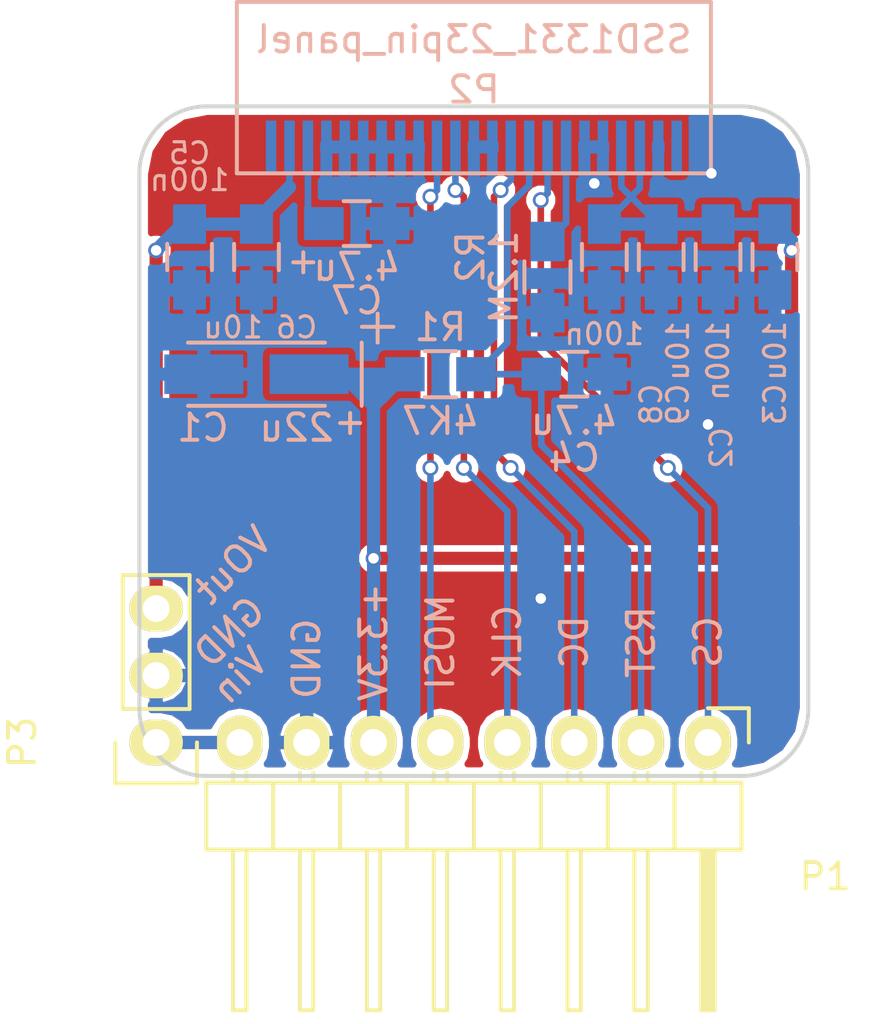
<source format=kicad_pcb>
(kicad_pcb (version 4) (host pcbnew 4.0.2+dfsg1-stable)

  (general
    (links 43)
    (no_connects 0)
    (area 163.754999 79.934999 189.305001 105.485001)
    (thickness 1.6)
    (drawings 19)
    (tracks 107)
    (zones 0)
    (modules 14)
    (nets 14)
  )

  (page A4)
  (layers
    (0 F.Cu signal)
    (31 B.Cu signal)
    (32 B.Adhes user)
    (33 F.Adhes user)
    (34 B.Paste user)
    (35 F.Paste user)
    (36 B.SilkS user)
    (37 F.SilkS user)
    (38 B.Mask user)
    (39 F.Mask user)
    (40 Dwgs.User user)
    (41 Cmts.User user)
    (42 Eco1.User user)
    (43 Eco2.User user)
    (44 Edge.Cuts user)
    (45 Margin user)
    (46 B.CrtYd user)
    (47 F.CrtYd user)
    (48 B.Fab user)
    (49 F.Fab user)
  )

  (setup
    (last_trace_width 0.25)
    (user_trace_width 0.5)
    (trace_clearance 0.17)
    (zone_clearance 0.25)
    (zone_45_only no)
    (trace_min 0.2)
    (segment_width 0.2)
    (edge_width 0.15)
    (via_size 0.6)
    (via_drill 0.4)
    (via_min_size 0.4)
    (via_min_drill 0.3)
    (uvia_size 0.3)
    (uvia_drill 0.1)
    (uvias_allowed no)
    (uvia_min_size 0.2)
    (uvia_min_drill 0.1)
    (pcb_text_width 0.15)
    (pcb_text_size 1 1)
    (mod_edge_width 0.15)
    (mod_text_size 1 1)
    (mod_text_width 0.15)
    (pad_size 2.032 1.7272)
    (pad_drill 1.016)
    (pad_to_mask_clearance 0.102)
    (aux_axis_origin 0 0)
    (visible_elements 7FFFFFFF)
    (pcbplotparams
      (layerselection 0x00030_80000001)
      (usegerberextensions false)
      (excludeedgelayer true)
      (linewidth 0.100000)
      (plotframeref false)
      (viasonmask false)
      (mode 1)
      (useauxorigin false)
      (hpglpennumber 1)
      (hpglpenspeed 20)
      (hpglpendiameter 15)
      (hpglpenoverlay 2)
      (psnegative false)
      (psa4output false)
      (plotreference true)
      (plotvalue true)
      (plotinvisibletext false)
      (padsonsilk false)
      (subtractmaskfromsilk false)
      (outputformat 1)
      (mirror false)
      (drillshape 1)
      (scaleselection 1)
      (outputdirectory ""))
  )

  (net 0 "")
  (net 1 GND)
  (net 2 +3V3)
  (net 3 Reset)
  (net 4 VPP)
  (net 5 "Net-(C7-Pad1)")
  (net 6 VAA)
  (net 7 CS)
  (net 8 DC)
  (net 9 CLK)
  (net 10 MOSI)
  (net 11 "Net-(P2-Pad23)")
  (net 12 "Net-(P2-Pad1)")
  (net 13 "Net-(P2-Pad7)")

  (net_class Default "This is the default net class."
    (clearance 0.17)
    (trace_width 0.25)
    (via_dia 0.6)
    (via_drill 0.4)
    (uvia_dia 0.3)
    (uvia_drill 0.1)
    (add_net +3V3)
    (add_net CLK)
    (add_net CS)
    (add_net DC)
    (add_net GND)
    (add_net MOSI)
    (add_net "Net-(C7-Pad1)")
    (add_net "Net-(P2-Pad1)")
    (add_net "Net-(P2-Pad23)")
    (add_net "Net-(P2-Pad7)")
    (add_net Reset)
    (add_net VAA)
    (add_net VPP)
  )

  (module Capacitors_Tantalum_SMD:TantalC_SizeA_EIA-3216_HandSoldering (layer B.Cu) (tedit 5AC96F9D) (tstamp 5AC970B4)
    (at 168.275 90.17 180)
    (descr "Tantal Cap. , Size A, EIA-3216, Hand Soldering,")
    (tags "Tantal Cap. , Size A, EIA-3216, Hand Soldering,")
    (path /5AC2F342)
    (attr smd)
    (fp_text reference C1 (at 2.032 -2.032 180) (layer B.SilkS)
      (effects (font (size 1 1) (thickness 0.15)) (justify mirror))
    )
    (fp_text value 22u (at -1.524 -2.032 180) (layer B.SilkS)
      (effects (font (size 1 1) (thickness 0.15)) (justify mirror))
    )
    (fp_text user + (at -3.556 -1.778 180) (layer B.SilkS)
      (effects (font (size 1 1) (thickness 0.15)) (justify mirror))
    )
    (fp_line (start -2.60096 -1.19888) (end 2.60096 -1.19888) (layer B.SilkS) (width 0.15))
    (fp_line (start 2.60096 1.19888) (end -2.60096 1.19888) (layer B.SilkS) (width 0.15))
    (fp_line (start -4.59994 2.2987) (end -4.59994 1.19888) (layer B.SilkS) (width 0.15))
    (fp_line (start -5.19938 1.79832) (end -4.0005 1.79832) (layer B.SilkS) (width 0.15))
    (fp_line (start -3.99542 1.19888) (end -3.99542 -1.19888) (layer B.SilkS) (width 0.15))
    (pad 2 smd rect (at 1.99898 0 180) (size 2.99974 1.50114) (layers B.Cu B.Paste B.Mask)
      (net 1 GND))
    (pad 1 smd rect (at -1.99898 0 180) (size 2.99974 1.50114) (layers B.Cu B.Paste B.Mask)
      (net 2 +3V3))
    (model Capacitors_Tantalum_SMD.3dshapes/TantalC_SizeA_EIA-3216_HandSoldering.wrl
      (at (xyz 0 0 0))
      (scale (xyz 1 1 1))
      (rotate (xyz 0 0 180))
    )
  )

  (module Capacitors_SMD:C_0805_HandSoldering (layer B.Cu) (tedit 5AC97082) (tstamp 5AC970BA)
    (at 185.801 85.725 270)
    (descr "Capacitor SMD 0805, hand soldering")
    (tags "capacitor 0805")
    (path /5AC2E45B)
    (attr smd)
    (fp_text reference C2 (at 7.239 -0.127 270) (layer B.SilkS)
      (effects (font (size 0.8 0.8) (thickness 0.12)) (justify mirror))
    )
    (fp_text value 100n (at 3.937 0 270) (layer B.SilkS)
      (effects (font (size 0.8 0.8) (thickness 0.12)) (justify mirror))
    )
    (fp_line (start -2.3 1) (end 2.3 1) (layer B.CrtYd) (width 0.05))
    (fp_line (start -2.3 -1) (end 2.3 -1) (layer B.CrtYd) (width 0.05))
    (fp_line (start -2.3 1) (end -2.3 -1) (layer B.CrtYd) (width 0.05))
    (fp_line (start 2.3 1) (end 2.3 -1) (layer B.CrtYd) (width 0.05))
    (fp_line (start 0.5 0.85) (end -0.5 0.85) (layer B.SilkS) (width 0.15))
    (fp_line (start -0.5 -0.85) (end 0.5 -0.85) (layer B.SilkS) (width 0.15))
    (pad 1 smd rect (at -1.25 0 270) (size 1.5 1.25) (layers B.Cu B.Paste B.Mask)
      (net 2 +3V3))
    (pad 2 smd rect (at 1.25 0 270) (size 1.5 1.25) (layers B.Cu B.Paste B.Mask)
      (net 1 GND))
    (model Capacitors_SMD.3dshapes/C_0805_HandSoldering.wrl
      (at (xyz 0 0 0))
      (scale (xyz 1 1 1))
      (rotate (xyz 0 0 0))
    )
  )

  (module Capacitors_SMD:C_0805_HandSoldering (layer B.Cu) (tedit 5AC97094) (tstamp 5AC970C0)
    (at 187.96 85.725 270)
    (descr "Capacitor SMD 0805, hand soldering")
    (tags "capacitor 0805")
    (path /5AC2E405)
    (attr smd)
    (fp_text reference C3 (at 5.588 0 270) (layer B.SilkS)
      (effects (font (size 0.8 0.8) (thickness 0.12)) (justify mirror))
    )
    (fp_text value 10u (at 3.556 0 270) (layer B.SilkS)
      (effects (font (size 0.8 0.8) (thickness 0.12)) (justify mirror))
    )
    (fp_line (start -2.3 1) (end 2.3 1) (layer B.CrtYd) (width 0.05))
    (fp_line (start -2.3 -1) (end 2.3 -1) (layer B.CrtYd) (width 0.05))
    (fp_line (start -2.3 1) (end -2.3 -1) (layer B.CrtYd) (width 0.05))
    (fp_line (start 2.3 1) (end 2.3 -1) (layer B.CrtYd) (width 0.05))
    (fp_line (start 0.5 0.85) (end -0.5 0.85) (layer B.SilkS) (width 0.15))
    (fp_line (start -0.5 -0.85) (end 0.5 -0.85) (layer B.SilkS) (width 0.15))
    (pad 1 smd rect (at -1.25 0 270) (size 1.5 1.25) (layers B.Cu B.Paste B.Mask)
      (net 2 +3V3))
    (pad 2 smd rect (at 1.25 0 270) (size 1.5 1.25) (layers B.Cu B.Paste B.Mask)
      (net 1 GND))
    (model Capacitors_SMD.3dshapes/C_0805_HandSoldering.wrl
      (at (xyz 0 0 0))
      (scale (xyz 1 1 1))
      (rotate (xyz 0 0 0))
    )
  )

  (module Capacitors_SMD:C_0805_HandSoldering (layer B.Cu) (tedit 5AC96EE3) (tstamp 5AC970C6)
    (at 180.34 90.17)
    (descr "Capacitor SMD 0805, hand soldering")
    (tags "capacitor 0805")
    (path /5AC2D675)
    (attr smd)
    (fp_text reference C4 (at 0 3.175) (layer B.SilkS)
      (effects (font (size 1 1) (thickness 0.15)) (justify mirror))
    )
    (fp_text value 4.7u (at 0 1.778) (layer B.SilkS)
      (effects (font (size 1 1) (thickness 0.15)) (justify mirror))
    )
    (fp_line (start -2.3 1) (end 2.3 1) (layer B.CrtYd) (width 0.05))
    (fp_line (start -2.3 -1) (end 2.3 -1) (layer B.CrtYd) (width 0.05))
    (fp_line (start -2.3 1) (end -2.3 -1) (layer B.CrtYd) (width 0.05))
    (fp_line (start 2.3 1) (end 2.3 -1) (layer B.CrtYd) (width 0.05))
    (fp_line (start 0.5 0.85) (end -0.5 0.85) (layer B.SilkS) (width 0.15))
    (fp_line (start -0.5 -0.85) (end 0.5 -0.85) (layer B.SilkS) (width 0.15))
    (pad 1 smd rect (at -1.25 0) (size 1.5 1.25) (layers B.Cu B.Paste B.Mask)
      (net 3 Reset))
    (pad 2 smd rect (at 1.25 0) (size 1.5 1.25) (layers B.Cu B.Paste B.Mask)
      (net 1 GND))
    (model Capacitors_SMD.3dshapes/C_0805_HandSoldering.wrl
      (at (xyz 0 0 0))
      (scale (xyz 1 1 1))
      (rotate (xyz 0 0 0))
    )
  )

  (module Capacitors_SMD:C_0805_HandSoldering (layer B.Cu) (tedit 5AC96F40) (tstamp 5AC970CC)
    (at 165.735 85.725 270)
    (descr "Capacitor SMD 0805, hand soldering")
    (tags "capacitor 0805")
    (path /5AC2DF96)
    (attr smd)
    (fp_text reference C5 (at -3.937 0 360) (layer B.SilkS)
      (effects (font (size 0.8 0.8) (thickness 0.12)) (justify mirror))
    )
    (fp_text value 100n (at -2.921 0 360) (layer B.SilkS)
      (effects (font (size 0.8 0.8) (thickness 0.12)) (justify mirror))
    )
    (fp_line (start -2.3 1) (end 2.3 1) (layer B.CrtYd) (width 0.05))
    (fp_line (start -2.3 -1) (end 2.3 -1) (layer B.CrtYd) (width 0.05))
    (fp_line (start -2.3 1) (end -2.3 -1) (layer B.CrtYd) (width 0.05))
    (fp_line (start 2.3 1) (end 2.3 -1) (layer B.CrtYd) (width 0.05))
    (fp_line (start 0.5 0.85) (end -0.5 0.85) (layer B.SilkS) (width 0.15))
    (fp_line (start -0.5 -0.85) (end 0.5 -0.85) (layer B.SilkS) (width 0.15))
    (pad 1 smd rect (at -1.25 0 270) (size 1.5 1.25) (layers B.Cu B.Paste B.Mask)
      (net 4 VPP))
    (pad 2 smd rect (at 1.25 0 270) (size 1.5 1.25) (layers B.Cu B.Paste B.Mask)
      (net 1 GND))
    (model Capacitors_SMD.3dshapes/C_0805_HandSoldering.wrl
      (at (xyz 0 0 0))
      (scale (xyz 1 1 1))
      (rotate (xyz 0 0 0))
    )
  )

  (module Capacitors_SMD:C_0805_HandSoldering (layer B.Cu) (tedit 5AC96F6E) (tstamp 5AC970D2)
    (at 168.275 85.725 270)
    (descr "Capacitor SMD 0805, hand soldering")
    (tags "capacitor 0805")
    (path /5AC2DF40)
    (attr smd)
    (fp_text reference C6 (at 2.667 -1.524 360) (layer B.SilkS)
      (effects (font (size 0.8 0.8) (thickness 0.12)) (justify mirror))
    )
    (fp_text value 10u (at 2.667 0.889 360) (layer B.SilkS)
      (effects (font (size 0.8 0.8) (thickness 0.12)) (justify mirror))
    )
    (fp_line (start -2.3 1) (end 2.3 1) (layer B.CrtYd) (width 0.05))
    (fp_line (start -2.3 -1) (end 2.3 -1) (layer B.CrtYd) (width 0.05))
    (fp_line (start -2.3 1) (end -2.3 -1) (layer B.CrtYd) (width 0.05))
    (fp_line (start 2.3 1) (end 2.3 -1) (layer B.CrtYd) (width 0.05))
    (fp_line (start 0.5 0.85) (end -0.5 0.85) (layer B.SilkS) (width 0.15))
    (fp_line (start -0.5 -0.85) (end 0.5 -0.85) (layer B.SilkS) (width 0.15))
    (pad 1 smd rect (at -1.25 0 270) (size 1.5 1.25) (layers B.Cu B.Paste B.Mask)
      (net 4 VPP))
    (pad 2 smd rect (at 1.25 0 270) (size 1.5 1.25) (layers B.Cu B.Paste B.Mask)
      (net 1 GND))
    (model Capacitors_SMD.3dshapes/C_0805_HandSoldering.wrl
      (at (xyz 0 0 0))
      (scale (xyz 1 1 1))
      (rotate (xyz 0 0 0))
    )
  )

  (module Pin_Headers:Pin_Header_Angled_1x08 (layer F.Cu) (tedit 5AC9684A) (tstamp 5AC970E4)
    (at 185.42 104.14 270)
    (descr "Through hole pin header")
    (tags "pin header")
    (path /5AC96335)
    (fp_text reference P1 (at 5.08 -4.445 360) (layer F.SilkS)
      (effects (font (size 1 1) (thickness 0.15)))
    )
    (fp_text value Conn (at 3.175 -4.445 360) (layer F.Fab)
      (effects (font (size 1 1) (thickness 0.15)))
    )
    (fp_line (start -1.5 -1.75) (end -1.5 19.55) (layer F.CrtYd) (width 0.05))
    (fp_line (start 10.65 -1.75) (end 10.65 19.55) (layer F.CrtYd) (width 0.05))
    (fp_line (start -1.5 -1.75) (end 10.65 -1.75) (layer F.CrtYd) (width 0.05))
    (fp_line (start -1.5 19.55) (end 10.65 19.55) (layer F.CrtYd) (width 0.05))
    (fp_line (start -1.3 -1.55) (end -1.3 0) (layer F.SilkS) (width 0.15))
    (fp_line (start 0 -1.55) (end -1.3 -1.55) (layer F.SilkS) (width 0.15))
    (fp_line (start 4.191 -0.127) (end 10.033 -0.127) (layer F.SilkS) (width 0.15))
    (fp_line (start 10.033 -0.127) (end 10.033 0.127) (layer F.SilkS) (width 0.15))
    (fp_line (start 10.033 0.127) (end 4.191 0.127) (layer F.SilkS) (width 0.15))
    (fp_line (start 4.191 0.127) (end 4.191 0) (layer F.SilkS) (width 0.15))
    (fp_line (start 4.191 0) (end 10.033 0) (layer F.SilkS) (width 0.15))
    (fp_line (start 1.524 17.526) (end 1.143 17.526) (layer F.SilkS) (width 0.15))
    (fp_line (start 1.524 18.034) (end 1.143 18.034) (layer F.SilkS) (width 0.15))
    (fp_line (start 1.524 -0.254) (end 1.143 -0.254) (layer F.SilkS) (width 0.15))
    (fp_line (start 1.524 0.254) (end 1.143 0.254) (layer F.SilkS) (width 0.15))
    (fp_line (start 1.524 2.286) (end 1.143 2.286) (layer F.SilkS) (width 0.15))
    (fp_line (start 1.524 2.794) (end 1.143 2.794) (layer F.SilkS) (width 0.15))
    (fp_line (start 1.524 4.826) (end 1.143 4.826) (layer F.SilkS) (width 0.15))
    (fp_line (start 1.524 5.334) (end 1.143 5.334) (layer F.SilkS) (width 0.15))
    (fp_line (start 1.524 15.494) (end 1.143 15.494) (layer F.SilkS) (width 0.15))
    (fp_line (start 1.524 14.986) (end 1.143 14.986) (layer F.SilkS) (width 0.15))
    (fp_line (start 1.524 12.954) (end 1.143 12.954) (layer F.SilkS) (width 0.15))
    (fp_line (start 1.524 12.446) (end 1.143 12.446) (layer F.SilkS) (width 0.15))
    (fp_line (start 1.524 10.414) (end 1.143 10.414) (layer F.SilkS) (width 0.15))
    (fp_line (start 1.524 9.906) (end 1.143 9.906) (layer F.SilkS) (width 0.15))
    (fp_line (start 1.524 7.874) (end 1.143 7.874) (layer F.SilkS) (width 0.15))
    (fp_line (start 1.524 7.366) (end 1.143 7.366) (layer F.SilkS) (width 0.15))
    (fp_line (start 1.524 13.97) (end 4.064 13.97) (layer F.SilkS) (width 0.15))
    (fp_line (start 1.524 13.97) (end 1.524 16.51) (layer F.SilkS) (width 0.15))
    (fp_line (start 1.524 16.51) (end 4.064 16.51) (layer F.SilkS) (width 0.15))
    (fp_line (start 4.064 14.986) (end 10.16 14.986) (layer F.SilkS) (width 0.15))
    (fp_line (start 10.16 14.986) (end 10.16 15.494) (layer F.SilkS) (width 0.15))
    (fp_line (start 10.16 15.494) (end 4.064 15.494) (layer F.SilkS) (width 0.15))
    (fp_line (start 4.064 16.51) (end 4.064 13.97) (layer F.SilkS) (width 0.15))
    (fp_line (start 4.064 19.05) (end 4.064 16.51) (layer F.SilkS) (width 0.15))
    (fp_line (start 10.16 18.034) (end 4.064 18.034) (layer F.SilkS) (width 0.15))
    (fp_line (start 10.16 17.526) (end 10.16 18.034) (layer F.SilkS) (width 0.15))
    (fp_line (start 4.064 17.526) (end 10.16 17.526) (layer F.SilkS) (width 0.15))
    (fp_line (start 1.524 16.51) (end 1.524 19.05) (layer F.SilkS) (width 0.15))
    (fp_line (start 1.524 16.51) (end 4.064 16.51) (layer F.SilkS) (width 0.15))
    (fp_line (start 1.524 19.05) (end 4.064 19.05) (layer F.SilkS) (width 0.15))
    (fp_line (start 1.524 -1.27) (end 4.064 -1.27) (layer F.SilkS) (width 0.15))
    (fp_line (start 1.524 1.27) (end 4.064 1.27) (layer F.SilkS) (width 0.15))
    (fp_line (start 1.524 1.27) (end 1.524 3.81) (layer F.SilkS) (width 0.15))
    (fp_line (start 1.524 3.81) (end 4.064 3.81) (layer F.SilkS) (width 0.15))
    (fp_line (start 4.064 2.286) (end 10.16 2.286) (layer F.SilkS) (width 0.15))
    (fp_line (start 10.16 2.286) (end 10.16 2.794) (layer F.SilkS) (width 0.15))
    (fp_line (start 10.16 2.794) (end 4.064 2.794) (layer F.SilkS) (width 0.15))
    (fp_line (start 4.064 3.81) (end 4.064 1.27) (layer F.SilkS) (width 0.15))
    (fp_line (start 4.064 1.27) (end 4.064 -1.27) (layer F.SilkS) (width 0.15))
    (fp_line (start 10.16 0.254) (end 4.064 0.254) (layer F.SilkS) (width 0.15))
    (fp_line (start 10.16 -0.254) (end 10.16 0.254) (layer F.SilkS) (width 0.15))
    (fp_line (start 4.064 -0.254) (end 10.16 -0.254) (layer F.SilkS) (width 0.15))
    (fp_line (start 1.524 1.27) (end 4.064 1.27) (layer F.SilkS) (width 0.15))
    (fp_line (start 1.524 -1.27) (end 1.524 1.27) (layer F.SilkS) (width 0.15))
    (fp_line (start 1.524 8.89) (end 4.064 8.89) (layer F.SilkS) (width 0.15))
    (fp_line (start 1.524 8.89) (end 1.524 11.43) (layer F.SilkS) (width 0.15))
    (fp_line (start 1.524 11.43) (end 4.064 11.43) (layer F.SilkS) (width 0.15))
    (fp_line (start 4.064 9.906) (end 10.16 9.906) (layer F.SilkS) (width 0.15))
    (fp_line (start 10.16 9.906) (end 10.16 10.414) (layer F.SilkS) (width 0.15))
    (fp_line (start 10.16 10.414) (end 4.064 10.414) (layer F.SilkS) (width 0.15))
    (fp_line (start 4.064 11.43) (end 4.064 8.89) (layer F.SilkS) (width 0.15))
    (fp_line (start 4.064 13.97) (end 4.064 11.43) (layer F.SilkS) (width 0.15))
    (fp_line (start 10.16 12.954) (end 4.064 12.954) (layer F.SilkS) (width 0.15))
    (fp_line (start 10.16 12.446) (end 10.16 12.954) (layer F.SilkS) (width 0.15))
    (fp_line (start 4.064 12.446) (end 10.16 12.446) (layer F.SilkS) (width 0.15))
    (fp_line (start 1.524 13.97) (end 4.064 13.97) (layer F.SilkS) (width 0.15))
    (fp_line (start 1.524 11.43) (end 1.524 13.97) (layer F.SilkS) (width 0.15))
    (fp_line (start 1.524 11.43) (end 4.064 11.43) (layer F.SilkS) (width 0.15))
    (fp_line (start 1.524 6.35) (end 4.064 6.35) (layer F.SilkS) (width 0.15))
    (fp_line (start 1.524 6.35) (end 1.524 8.89) (layer F.SilkS) (width 0.15))
    (fp_line (start 1.524 8.89) (end 4.064 8.89) (layer F.SilkS) (width 0.15))
    (fp_line (start 4.064 7.366) (end 10.16 7.366) (layer F.SilkS) (width 0.15))
    (fp_line (start 10.16 7.366) (end 10.16 7.874) (layer F.SilkS) (width 0.15))
    (fp_line (start 10.16 7.874) (end 4.064 7.874) (layer F.SilkS) (width 0.15))
    (fp_line (start 4.064 8.89) (end 4.064 6.35) (layer F.SilkS) (width 0.15))
    (fp_line (start 4.064 6.35) (end 4.064 3.81) (layer F.SilkS) (width 0.15))
    (fp_line (start 10.16 5.334) (end 4.064 5.334) (layer F.SilkS) (width 0.15))
    (fp_line (start 10.16 4.826) (end 10.16 5.334) (layer F.SilkS) (width 0.15))
    (fp_line (start 4.064 4.826) (end 10.16 4.826) (layer F.SilkS) (width 0.15))
    (fp_line (start 1.524 6.35) (end 4.064 6.35) (layer F.SilkS) (width 0.15))
    (fp_line (start 1.524 3.81) (end 1.524 6.35) (layer F.SilkS) (width 0.15))
    (fp_line (start 1.524 3.81) (end 4.064 3.81) (layer F.SilkS) (width 0.15))
    (pad 1 thru_hole oval (at 0 0 270) (size 2.032 1.7272) (drill 1.016) (layers *.Cu *.Mask F.SilkS)
      (net 7 CS))
    (pad 2 thru_hole oval (at 0 2.54 270) (size 2.032 1.7272) (drill 1.016) (layers *.Cu *.Mask F.SilkS)
      (net 3 Reset))
    (pad 3 thru_hole oval (at 0 5.08 270) (size 2.032 1.7272) (drill 1.016) (layers *.Cu *.Mask F.SilkS)
      (net 8 DC))
    (pad 4 thru_hole oval (at 0 7.62 270) (size 2.032 1.7272) (drill 1.016) (layers *.Cu *.Mask F.SilkS)
      (net 9 CLK))
    (pad 5 thru_hole oval (at 0 10.16 270) (size 2.032 1.7272) (drill 1.016) (layers *.Cu *.Mask F.SilkS)
      (net 10 MOSI))
    (pad 6 thru_hole oval (at 0 12.7 270) (size 2.032 1.7272) (drill 1.016) (layers *.Cu *.Mask F.SilkS)
      (net 2 +3V3))
    (pad 7 thru_hole oval (at 0 15.24 270) (size 2.032 1.7272) (drill 1.016) (layers *.Cu *.Mask F.SilkS)
      (net 1 GND))
    (pad 8 thru_hole oval (at 0 17.78 270) (size 2.032 1.7272) (drill 1.016) (layers *.Cu *.Mask F.SilkS)
      (net 6 VAA))
    (model Pin_Headers.3dshapes/Pin_Header_Angled_1x08.wrl
      (at (xyz 0 -0.35 0))
      (scale (xyz 1 1 1))
      (rotate (xyz 0 0 90))
    )
  )

  (module custom_footprints:SSD1331_23p_ribbon (layer B.Cu) (tedit 5AC96441) (tstamp 5AC97104)
    (at 176.53 82.55 180)
    (path /5AC2D307)
    (fp_text reference P2 (at 0 3.175 180) (layer B.SilkS)
      (effects (font (size 1 1) (thickness 0.15)) (justify mirror))
    )
    (fp_text value SSD1331_23pin_panel (at 0 5.08 180) (layer B.SilkS)
      (effects (font (size 1 1) (thickness 0.15)) (justify mirror))
    )
    (fp_line (start 9 0) (end 9 6.5) (layer B.SilkS) (width 0.15))
    (fp_line (start 9 6.5) (end -9 6.5) (layer B.SilkS) (width 0.15))
    (fp_line (start -9 0) (end -9 6.5) (layer B.SilkS) (width 0.15))
    (fp_line (start -9 0) (end 0 0) (layer B.SilkS) (width 0.15))
    (fp_line (start 0 0) (end 9 0) (layer B.SilkS) (width 0.15))
    (pad 12 smd rect (at 0 1 180) (size 0.4 2) (layers B.Cu B.Paste B.Mask)
      (net 1 GND))
    (pad 13 smd rect (at 0.7 1 180) (size 0.4 2) (layers B.Cu B.Paste B.Mask)
      (net 9 CLK))
    (pad 14 smd rect (at 1.4 1 180) (size 0.4 2) (layers B.Cu B.Paste B.Mask)
      (net 10 MOSI))
    (pad 15 smd rect (at 2.1 1 180) (size 0.4 2) (layers B.Cu B.Paste B.Mask)
      (net 1 GND))
    (pad 16 smd rect (at 2.8 1 180) (size 0.4 2) (layers B.Cu B.Paste B.Mask)
      (net 1 GND))
    (pad 17 smd rect (at 3.5 1 180) (size 0.4 2) (layers B.Cu B.Paste B.Mask)
      (net 1 GND))
    (pad 18 smd rect (at 4.2 1 180) (size 0.4 2) (layers B.Cu B.Paste B.Mask)
      (net 1 GND))
    (pad 19 smd rect (at 4.9 1 180) (size 0.4 2) (layers B.Cu B.Paste B.Mask)
      (net 1 GND))
    (pad 20 smd rect (at 5.6 1 180) (size 0.4 2) (layers B.Cu B.Paste B.Mask)
      (net 1 GND))
    (pad 21 smd rect (at 6.3 1 180) (size 0.4 2) (layers B.Cu B.Paste B.Mask)
      (net 5 "Net-(C7-Pad1)"))
    (pad 22 smd rect (at 7 1 180) (size 0.4 2) (layers B.Cu B.Paste B.Mask)
      (net 4 VPP))
    (pad 23 smd rect (at 7.7 1 180) (size 0.4 2) (layers B.Cu B.Paste B.Mask)
      (net 11 "Net-(P2-Pad23)"))
    (pad 1 smd rect (at -7.7 1 180) (size 0.4 2) (layers B.Cu B.Paste B.Mask)
      (net 12 "Net-(P2-Pad1)"))
    (pad 2 smd rect (at -7 1 180) (size 0.4 2) (layers B.Cu B.Paste B.Mask)
      (net 1 GND))
    (pad 3 smd rect (at -6.3 1 180) (size 0.4 2) (layers B.Cu B.Paste B.Mask)
      (net 2 +3V3))
    (pad 4 smd rect (at -5.6 1 180) (size 0.4 2) (layers B.Cu B.Paste B.Mask)
      (net 2 +3V3))
    (pad 5 smd rect (at -4.9 1 180) (size 0.4 2) (layers B.Cu B.Paste B.Mask)
      (net 1 GND))
    (pad 6 smd rect (at -4.2 1 180) (size 0.4 2) (layers B.Cu B.Paste B.Mask)
      (net 1 GND))
    (pad 7 smd rect (at -3.5 1 180) (size 0.4 2) (layers B.Cu B.Paste B.Mask)
      (net 13 "Net-(P2-Pad7)"))
    (pad 8 smd rect (at -2.8 1 180) (size 0.4 2) (layers B.Cu B.Paste B.Mask)
      (net 7 CS))
    (pad 9 smd rect (at -2.1 1 180) (size 0.4 2) (layers B.Cu B.Paste B.Mask)
      (net 3 Reset))
    (pad 10 smd rect (at -1.4 1 180) (size 0.4 2) (layers B.Cu B.Paste B.Mask)
      (net 8 DC))
    (pad 11 smd rect (at -0.7 1 180) (size 0.4 2) (layers B.Cu B.Paste B.Mask)
      (net 1 GND))
  )

  (module Pin_Headers:Pin_Header_Straight_1x03 (layer F.Cu) (tedit 5AC96846) (tstamp 5AC9710B)
    (at 164.465 104.14 180)
    (descr "Through hole pin header")
    (tags "pin header")
    (path /5AC2E7E9)
    (fp_text reference P3 (at 5.08 0 270) (layer F.SilkS)
      (effects (font (size 1 1) (thickness 0.15)))
    )
    (fp_text value Pololu_12V (at 3.175 0 270) (layer F.Fab)
      (effects (font (size 1 1) (thickness 0.15)))
    )
    (fp_line (start -1.75 -1.75) (end -1.75 6.85) (layer F.CrtYd) (width 0.05))
    (fp_line (start 1.75 -1.75) (end 1.75 6.85) (layer F.CrtYd) (width 0.05))
    (fp_line (start -1.75 -1.75) (end 1.75 -1.75) (layer F.CrtYd) (width 0.05))
    (fp_line (start -1.75 6.85) (end 1.75 6.85) (layer F.CrtYd) (width 0.05))
    (fp_line (start -1.27 1.27) (end -1.27 6.35) (layer F.SilkS) (width 0.15))
    (fp_line (start -1.27 6.35) (end 1.27 6.35) (layer F.SilkS) (width 0.15))
    (fp_line (start 1.27 6.35) (end 1.27 1.27) (layer F.SilkS) (width 0.15))
    (fp_line (start 1.55 -1.55) (end 1.55 0) (layer F.SilkS) (width 0.15))
    (fp_line (start 1.27 1.27) (end -1.27 1.27) (layer F.SilkS) (width 0.15))
    (fp_line (start -1.55 0) (end -1.55 -1.55) (layer F.SilkS) (width 0.15))
    (fp_line (start -1.55 -1.55) (end 1.55 -1.55) (layer F.SilkS) (width 0.15))
    (pad 1 thru_hole oval (at 0 0 180) (size 2.032 1.7272) (drill 1.016) (layers *.Cu *.Mask F.SilkS)
      (net 6 VAA))
    (pad 2 thru_hole oval (at 0 2.54 180) (size 2.032 1.7272) (drill 1.016) (layers *.Cu *.Mask F.SilkS)
      (net 1 GND))
    (pad 3 thru_hole oval (at 0 5.08 180) (size 2.032 1.7272) (drill 1.016) (layers *.Cu *.Mask F.SilkS)
      (net 4 VPP))
    (model Pin_Headers.3dshapes/Pin_Header_Straight_1x03.wrl
      (at (xyz 0 -0.1 0))
      (scale (xyz 1 1 1))
      (rotate (xyz 0 0 90))
    )
  )

  (module Resistors_SMD:R_0805_HandSoldering (layer B.Cu) (tedit 5AC96F07) (tstamp 5AC97111)
    (at 175.26 90.17)
    (descr "Resistor SMD 0805, hand soldering")
    (tags "resistor 0805")
    (path /5AC2D5A4)
    (attr smd)
    (fp_text reference R1 (at 0 -1.778) (layer B.SilkS)
      (effects (font (size 1 1) (thickness 0.15)) (justify mirror))
    )
    (fp_text value 4K7 (at 0 1.778) (layer B.SilkS)
      (effects (font (size 1 1) (thickness 0.15)) (justify mirror))
    )
    (fp_line (start -2.4 1) (end 2.4 1) (layer B.CrtYd) (width 0.05))
    (fp_line (start -2.4 -1) (end 2.4 -1) (layer B.CrtYd) (width 0.05))
    (fp_line (start -2.4 1) (end -2.4 -1) (layer B.CrtYd) (width 0.05))
    (fp_line (start 2.4 1) (end 2.4 -1) (layer B.CrtYd) (width 0.05))
    (fp_line (start 0.6 -0.875) (end -0.6 -0.875) (layer B.SilkS) (width 0.15))
    (fp_line (start -0.6 0.875) (end 0.6 0.875) (layer B.SilkS) (width 0.15))
    (pad 1 smd rect (at -1.35 0) (size 1.5 1.3) (layers B.Cu B.Paste B.Mask)
      (net 2 +3V3))
    (pad 2 smd rect (at 1.35 0) (size 1.5 1.3) (layers B.Cu B.Paste B.Mask)
      (net 3 Reset))
    (model Resistors_SMD.3dshapes/R_0805_HandSoldering.wrl
      (at (xyz 0 0 0))
      (scale (xyz 1 1 1))
      (rotate (xyz 0 0 0))
    )
  )

  (module Resistors_SMD:R_0805_HandSoldering (layer B.Cu) (tedit 5AC96FCA) (tstamp 5AC97117)
    (at 179.324 86.487 90)
    (descr "Resistor SMD 0805, hand soldering")
    (tags "resistor 0805")
    (path /5AC2D3D7)
    (attr smd)
    (fp_text reference R2 (at 0.762 -2.921 90) (layer B.SilkS)
      (effects (font (size 1 1) (thickness 0.15)) (justify mirror))
    )
    (fp_text value 1.2M (at 0 -1.651 90) (layer B.SilkS)
      (effects (font (size 1 1) (thickness 0.15)) (justify mirror))
    )
    (fp_line (start -2.4 1) (end 2.4 1) (layer B.CrtYd) (width 0.05))
    (fp_line (start -2.4 -1) (end 2.4 -1) (layer B.CrtYd) (width 0.05))
    (fp_line (start -2.4 1) (end -2.4 -1) (layer B.CrtYd) (width 0.05))
    (fp_line (start 2.4 1) (end 2.4 -1) (layer B.CrtYd) (width 0.05))
    (fp_line (start 0.6 -0.875) (end -0.6 -0.875) (layer B.SilkS) (width 0.15))
    (fp_line (start -0.6 0.875) (end 0.6 0.875) (layer B.SilkS) (width 0.15))
    (pad 1 smd rect (at -1.35 0 90) (size 1.5 1.3) (layers B.Cu B.Paste B.Mask)
      (net 1 GND))
    (pad 2 smd rect (at 1.35 0 90) (size 1.5 1.3) (layers B.Cu B.Paste B.Mask)
      (net 13 "Net-(P2-Pad7)"))
    (model Resistors_SMD.3dshapes/R_0805_HandSoldering.wrl
      (at (xyz 0 0 0))
      (scale (xyz 1 1 1))
      (rotate (xyz 0 0 0))
    )
  )

  (module Capacitors_SMD:C_0805_HandSoldering (layer B.Cu) (tedit 5AC96FB6) (tstamp 5AC97B21)
    (at 172.085 84.455)
    (descr "Capacitor SMD 0805, hand soldering")
    (tags "capacitor 0805")
    (path /5AC2DE10)
    (attr smd)
    (fp_text reference C7 (at 0 2.921) (layer B.SilkS)
      (effects (font (size 1 1) (thickness 0.15)) (justify mirror))
    )
    (fp_text value 4.7u (at 0 1.651) (layer B.SilkS)
      (effects (font (size 1 1) (thickness 0.15)) (justify mirror))
    )
    (fp_line (start -2.3 1) (end 2.3 1) (layer B.CrtYd) (width 0.05))
    (fp_line (start -2.3 -1) (end 2.3 -1) (layer B.CrtYd) (width 0.05))
    (fp_line (start -2.3 1) (end -2.3 -1) (layer B.CrtYd) (width 0.05))
    (fp_line (start 2.3 1) (end 2.3 -1) (layer B.CrtYd) (width 0.05))
    (fp_line (start 0.5 0.85) (end -0.5 0.85) (layer B.SilkS) (width 0.15))
    (fp_line (start -0.5 -0.85) (end 0.5 -0.85) (layer B.SilkS) (width 0.15))
    (pad 1 smd rect (at -1.25 0) (size 1.5 1.25) (layers B.Cu B.Paste B.Mask)
      (net 5 "Net-(C7-Pad1)"))
    (pad 2 smd rect (at 1.25 0) (size 1.5 1.25) (layers B.Cu B.Paste B.Mask)
      (net 1 GND))
    (model Capacitors_SMD.3dshapes/C_0805_HandSoldering.wrl
      (at (xyz 0 0 0))
      (scale (xyz 1 1 1))
      (rotate (xyz 0 0 0))
    )
  )

  (module Capacitors_SMD:C_0805_HandSoldering (layer B.Cu) (tedit 5AC97030) (tstamp 5AC98509)
    (at 181.483 85.725 270)
    (descr "Capacitor SMD 0805, hand soldering")
    (tags "capacitor 0805")
    (path /5AC97406)
    (attr smd)
    (fp_text reference C8 (at 5.588 -1.778 270) (layer B.SilkS)
      (effects (font (size 0.8 0.8) (thickness 0.12)) (justify mirror))
    )
    (fp_text value 100n (at 2.921 0 360) (layer B.SilkS)
      (effects (font (size 0.8 0.8) (thickness 0.12)) (justify mirror))
    )
    (fp_line (start -2.3 1) (end 2.3 1) (layer B.CrtYd) (width 0.05))
    (fp_line (start -2.3 -1) (end 2.3 -1) (layer B.CrtYd) (width 0.05))
    (fp_line (start -2.3 1) (end -2.3 -1) (layer B.CrtYd) (width 0.05))
    (fp_line (start 2.3 1) (end 2.3 -1) (layer B.CrtYd) (width 0.05))
    (fp_line (start 0.5 0.85) (end -0.5 0.85) (layer B.SilkS) (width 0.15))
    (fp_line (start -0.5 -0.85) (end 0.5 -0.85) (layer B.SilkS) (width 0.15))
    (pad 1 smd rect (at -1.25 0 270) (size 1.5 1.25) (layers B.Cu B.Paste B.Mask)
      (net 2 +3V3))
    (pad 2 smd rect (at 1.25 0 270) (size 1.5 1.25) (layers B.Cu B.Paste B.Mask)
      (net 1 GND))
    (model Capacitors_SMD.3dshapes/C_0805_HandSoldering.wrl
      (at (xyz 0 0 0))
      (scale (xyz 1 1 1))
      (rotate (xyz 0 0 0))
    )
  )

  (module Capacitors_SMD:C_0805_HandSoldering (layer B.Cu) (tedit 5AC9704A) (tstamp 5AC9850F)
    (at 183.642 85.725 270)
    (descr "Capacitor SMD 0805, hand soldering")
    (tags "capacitor 0805")
    (path /5AC97393)
    (attr smd)
    (fp_text reference C9 (at 5.588 -0.635 270) (layer B.SilkS)
      (effects (font (size 0.8 0.8) (thickness 0.12)) (justify mirror))
    )
    (fp_text value 10u (at 3.556 -0.635 450) (layer B.SilkS)
      (effects (font (size 0.8 0.8) (thickness 0.12)) (justify mirror))
    )
    (fp_line (start -2.3 1) (end 2.3 1) (layer B.CrtYd) (width 0.05))
    (fp_line (start -2.3 -1) (end 2.3 -1) (layer B.CrtYd) (width 0.05))
    (fp_line (start -2.3 1) (end -2.3 -1) (layer B.CrtYd) (width 0.05))
    (fp_line (start 2.3 1) (end 2.3 -1) (layer B.CrtYd) (width 0.05))
    (fp_line (start 0.5 0.85) (end -0.5 0.85) (layer B.SilkS) (width 0.15))
    (fp_line (start -0.5 -0.85) (end 0.5 -0.85) (layer B.SilkS) (width 0.15))
    (pad 1 smd rect (at -1.25 0 270) (size 1.5 1.25) (layers B.Cu B.Paste B.Mask)
      (net 2 +3V3))
    (pad 2 smd rect (at 1.25 0 270) (size 1.5 1.25) (layers B.Cu B.Paste B.Mask)
      (net 1 GND))
    (model Capacitors_SMD.3dshapes/C_0805_HandSoldering.wrl
      (at (xyz 0 0 0))
      (scale (xyz 1 1 1))
      (rotate (xyz 0 0 0))
    )
  )

  (gr_text + (at 170.053 85.852) (layer B.SilkS)
    (effects (font (size 1 1) (thickness 0.15)) (justify mirror))
  )
  (gr_text CS (at 185.42 100.33 90) (layer B.SilkS)
    (effects (font (size 1 1) (thickness 0.15)) (justify mirror))
  )
  (gr_text RST (at 182.88 100.33 90) (layer B.SilkS)
    (effects (font (size 1 1) (thickness 0.15)) (justify mirror))
  )
  (gr_text DC (at 180.34 100.33 90) (layer B.SilkS)
    (effects (font (size 1 1) (thickness 0.15)) (justify mirror))
  )
  (gr_text CLK (at 177.8 100.33 90) (layer B.SilkS)
    (effects (font (size 1 1) (thickness 0.15)) (justify mirror))
  )
  (gr_text MOSI (at 175.26 100.33 90) (layer B.SilkS)
    (effects (font (size 1 1) (thickness 0.15)) (justify mirror))
  )
  (gr_text +3.3V (at 172.72 100.33 90) (layer B.SilkS)
    (effects (font (size 1 1) (thickness 0.15)) (justify mirror))
  )
  (gr_text VOut (at 167.386 97.409 45) (layer B.SilkS)
    (effects (font (size 1 1) (thickness 0.15)) (justify mirror))
  )
  (gr_text GND (at 167.259 99.949 45) (layer B.SilkS)
    (effects (font (size 1 1) (thickness 0.15)) (justify mirror))
  )
  (gr_text GND (at 170.18 100.965 90) (layer B.SilkS)
    (effects (font (size 1 1) (thickness 0.15)) (justify mirror))
  )
  (gr_text Vin (at 167.64 101.6 45) (layer B.SilkS)
    (effects (font (size 1 1) (thickness 0.15)) (justify mirror))
  )
  (gr_arc (start 186.69 82.55) (end 186.69 80.01) (angle 90) (layer Edge.Cuts) (width 0.15))
  (gr_arc (start 166.37 82.55) (end 163.83 82.55) (angle 90) (layer Edge.Cuts) (width 0.15))
  (gr_arc (start 166.37 102.87) (end 166.37 105.41) (angle 90) (layer Edge.Cuts) (width 0.15))
  (gr_arc (start 186.69 102.87) (end 189.23 102.87) (angle 90) (layer Edge.Cuts) (width 0.15))
  (gr_line (start 163.83 82.55) (end 163.83 102.87) (angle 90) (layer Edge.Cuts) (width 0.15))
  (gr_line (start 186.69 80.01) (end 166.37 80.01) (angle 90) (layer Edge.Cuts) (width 0.15))
  (gr_line (start 189.23 102.87) (end 189.23 82.55) (angle 90) (layer Edge.Cuts) (width 0.15))
  (gr_line (start 166.37 105.41) (end 186.69 105.41) (angle 90) (layer Edge.Cuts) (width 0.15))

  (via (at 179.07 98.679) (size 0.6) (drill 0.4) (layers F.Cu B.Cu) (net 1))
  (segment (start 177.23 81.55) (end 177.23 82.612) (width 0.25) (layer B.Cu) (net 1))
  (segment (start 177.23 82.612) (end 176.911 82.931) (width 0.25) (layer B.Cu) (net 1) (tstamp 5AC9884E))
  (segment (start 181.59 90.17) (end 183.515 90.17) (width 0.5) (layer B.Cu) (net 1))
  (segment (start 183.515 90.17) (end 185.42 92.075) (width 0.5) (layer B.Cu) (net 1) (tstamp 5AC98703))
  (via (at 185.42 92.075) (size 0.6) (drill 0.4) (layers F.Cu B.Cu) (net 1))
  (segment (start 181.43 81.55) (end 181.43 82.603) (width 0.25) (layer B.Cu) (net 1))
  (segment (start 181.43 82.603) (end 181.102 82.931) (width 0.25) (layer B.Cu) (net 1) (tstamp 5AC986F2))
  (segment (start 183.53 81.55) (end 183.53 82.946) (width 0.25) (layer B.Cu) (net 1))
  (segment (start 183.53 82.946) (end 183.769 83.185) (width 0.25) (layer B.Cu) (net 1) (tstamp 5AC986AE))
  (segment (start 183.769 83.185) (end 184.912 83.185) (width 0.25) (layer B.Cu) (net 1) (tstamp 5AC986AF))
  (segment (start 184.912 83.185) (end 185.547 82.55) (width 0.25) (layer B.Cu) (net 1) (tstamp 5AC986B0))
  (via (at 185.547 82.55) (size 0.6) (drill 0.4) (layers F.Cu B.Cu) (net 1))
  (segment (start 185.547 82.55) (end 185.166 82.931) (width 0.25) (layer F.Cu) (net 1) (tstamp 5AC986B2))
  (segment (start 185.166 82.931) (end 181.102 82.931) (width 0.25) (layer F.Cu) (net 1) (tstamp 5AC986B3))
  (via (at 181.102 82.931) (size 0.6) (drill 0.4) (layers F.Cu B.Cu) (net 1))
  (segment (start 181.102 82.931) (end 180.73 82.559) (width 0.25) (layer B.Cu) (net 1) (tstamp 5AC986B5))
  (segment (start 180.73 82.559) (end 180.73 81.55) (width 0.25) (layer B.Cu) (net 1) (tstamp 5AC986B6))
  (via (at 172.72 97.155) (size 0.6) (drill 0.4) (layers F.Cu B.Cu) (net 2))
  (segment (start 172.72 97.155) (end 186.69 97.155) (width 0.5) (layer F.Cu) (net 2) (tstamp 5AC986F7))
  (segment (start 186.69 97.155) (end 188.595 95.25) (width 0.5) (layer F.Cu) (net 2) (tstamp 5AC986F8))
  (segment (start 188.595 95.25) (end 188.595 85.471) (width 0.5) (layer F.Cu) (net 2) (tstamp 5AC986F9))
  (via (at 188.595 85.471) (size 0.6) (drill 0.4) (layers F.Cu B.Cu) (net 2))
  (segment (start 188.595 85.471) (end 188.595 85.11) (width 0.5) (layer B.Cu) (net 2) (tstamp 5AC986FB))
  (segment (start 188.595 85.11) (end 187.96 84.475) (width 0.5) (layer B.Cu) (net 2) (tstamp 5AC986FC))
  (segment (start 182.83 82.881) (end 182.83 83.108) (width 0.25) (layer B.Cu) (net 2))
  (segment (start 182.83 83.108) (end 182.499 83.439) (width 0.25) (layer B.Cu) (net 2) (tstamp 5AC986AC))
  (segment (start 182.83 81.55) (end 182.83 82.881) (width 0.25) (layer B.Cu) (net 2))
  (segment (start 185.801 84.475) (end 187.96 84.475) (width 0.5) (layer B.Cu) (net 2))
  (segment (start 183.642 84.475) (end 185.801 84.475) (width 0.5) (layer B.Cu) (net 2))
  (segment (start 181.483 84.475) (end 183.642 84.475) (width 0.5) (layer B.Cu) (net 2))
  (segment (start 186.162 84.475) (end 185.801 84.475) (width 0.25) (layer B.Cu) (net 2) (tstamp 5AC98688))
  (segment (start 187.472 84.475) (end 187.96 84.475) (width 0.25) (layer B.Cu) (net 2) (tstamp 5AC98686))
  (segment (start 182.499 83.439) (end 183.535 84.475) (width 0.25) (layer B.Cu) (net 2))
  (segment (start 183.535 84.475) (end 183.642 84.475) (width 0.25) (layer B.Cu) (net 2) (tstamp 5AC9867F))
  (segment (start 182.13 81.55) (end 182.13 83.07) (width 0.25) (layer B.Cu) (net 2))
  (segment (start 182.13 83.07) (end 182.499 83.439) (width 0.25) (layer B.Cu) (net 2) (tstamp 5AC9867B))
  (segment (start 182.499 83.439) (end 182.499 83.459) (width 0.25) (layer B.Cu) (net 2) (tstamp 5AC9867C))
  (segment (start 182.499 83.459) (end 181.483 84.475) (width 0.25) (layer B.Cu) (net 2) (tstamp 5AC9867D))
  (segment (start 173.1245 90.9555) (end 173.101 90.932) (width 0.5) (layer B.Cu) (net 2))
  (segment (start 173.101 90.932) (end 172.292 90.932) (width 0.5) (layer B.Cu) (net 2) (tstamp 5AC98664))
  (segment (start 171.9345 90.5745) (end 171.958 90.551) (width 0.5) (layer B.Cu) (net 2))
  (segment (start 171.958 90.551) (end 173.101 90.551) (width 0.5) (layer B.Cu) (net 2) (tstamp 5AC9865F))
  (segment (start 172.72 91.36) (end 172.292 90.932) (width 0.5) (layer B.Cu) (net 2))
  (segment (start 172.292 90.932) (end 171.9345 90.5745) (width 0.5) (layer B.Cu) (net 2) (tstamp 5AC98666))
  (segment (start 171.9345 90.5745) (end 171.53 90.17) (width 0.5) (layer B.Cu) (net 2) (tstamp 5AC9865D))
  (segment (start 171.53 90.17) (end 170.27398 90.17) (width 0.5) (layer B.Cu) (net 2) (tstamp 5AC9865B))
  (segment (start 172.72 104.14) (end 172.72 97.155) (width 0.5) (layer B.Cu) (net 2))
  (segment (start 172.72 97.155) (end 172.72 91.36) (width 0.5) (layer B.Cu) (net 2) (tstamp 5AC986F4))
  (segment (start 172.72 91.36) (end 173.1245 90.9555) (width 0.5) (layer B.Cu) (net 2) (tstamp 5AC98658))
  (segment (start 173.1245 90.9555) (end 173.91 90.17) (width 0.5) (layer B.Cu) (net 2) (tstamp 5AC98662))
  (segment (start 170.27398 90.17) (end 173.91 90.17) (width 0.5) (layer B.Cu) (net 2))
  (segment (start 182.88 104.14) (end 182.88 96.647) (width 0.25) (layer B.Cu) (net 3))
  (segment (start 182.88 96.647) (end 179.09 92.857) (width 0.25) (layer B.Cu) (net 3) (tstamp 5AC986D8))
  (segment (start 179.09 92.857) (end 179.09 90.17) (width 0.25) (layer B.Cu) (net 3) (tstamp 5AC986DA))
  (segment (start 176.61 90.17) (end 177.8 88.98) (width 0.25) (layer B.Cu) (net 3))
  (segment (start 177.8 88.98) (end 177.8 83.82) (width 0.25) (layer B.Cu) (net 3) (tstamp 5AC98674))
  (segment (start 177.8 83.82) (end 178.63 82.99) (width 0.25) (layer B.Cu) (net 3) (tstamp 5AC98675))
  (segment (start 178.63 82.99) (end 178.63 81.55) (width 0.25) (layer B.Cu) (net 3) (tstamp 5AC98676))
  (segment (start 176.61 90.17) (end 179.09 90.17) (width 0.25) (layer B.Cu) (net 3))
  (segment (start 164.465 99.06) (end 164.465 85.471) (width 0.5) (layer F.Cu) (net 4))
  (via (at 164.465 85.471) (size 0.6) (drill 0.4) (layers F.Cu B.Cu) (net 4))
  (segment (start 164.465 85.471) (end 165.461 84.475) (width 0.5) (layer B.Cu) (net 4) (tstamp 5AC9864F))
  (segment (start 165.461 84.475) (end 165.735 84.475) (width 0.5) (layer B.Cu) (net 4) (tstamp 5AC98650))
  (segment (start 168.275 84.475) (end 165.735 84.475) (width 0.5) (layer B.Cu) (net 4))
  (segment (start 169.53 81.55) (end 169.53 83.073) (width 0.25) (layer B.Cu) (net 4))
  (segment (start 169.53 83.073) (end 168.275 84.328) (width 0.5) (layer B.Cu) (net 4) (tstamp 5AC98642))
  (segment (start 168.275 84.328) (end 168.275 84.475) (width 0.25) (layer B.Cu) (net 4) (tstamp 5AC98643))
  (segment (start 170.23 81.55) (end 170.23 83.85) (width 0.25) (layer B.Cu) (net 5))
  (segment (start 170.23 83.85) (end 170.835 84.455) (width 0.25) (layer B.Cu) (net 5) (tstamp 5AC9866A))
  (segment (start 167.64 104.14) (end 164.465 104.14) (width 0.5) (layer F.Cu) (net 6))
  (segment (start 167.64 104.14) (end 164.465 104.14) (width 0.5) (layer B.Cu) (net 6))
  (segment (start 179.33 81.55) (end 179.33 83.306) (width 0.25) (layer B.Cu) (net 7))
  (segment (start 179.33 83.306) (end 179.07 83.566) (width 0.25) (layer B.Cu) (net 7) (tstamp 5AC986E7))
  (via (at 179.07 83.566) (size 0.6) (drill 0.4) (layers F.Cu B.Cu) (net 7))
  (segment (start 179.07 83.566) (end 179.07 88.9) (width 0.25) (layer F.Cu) (net 7) (tstamp 5AC986E9))
  (segment (start 179.07 88.9) (end 183.896 93.726) (width 0.25) (layer F.Cu) (net 7) (tstamp 5AC986EA))
  (via (at 183.896 93.726) (size 0.6) (drill 0.4) (layers F.Cu B.Cu) (net 7))
  (segment (start 183.896 93.726) (end 185.42 95.25) (width 0.25) (layer B.Cu) (net 7) (tstamp 5AC986EE))
  (segment (start 185.42 95.25) (end 185.42 104.14) (width 0.25) (layer B.Cu) (net 7) (tstamp 5AC986EF))
  (segment (start 177.93 82.801) (end 177.546 83.185) (width 0.25) (layer B.Cu) (net 8))
  (via (at 177.546 83.185) (size 0.6) (drill 0.4) (layers F.Cu B.Cu) (net 8))
  (segment (start 177.546 83.185) (end 177.292 83.439) (width 0.25) (layer F.Cu) (net 8) (tstamp 5AC9884B))
  (segment (start 177.93 81.55) (end 177.93 82.801) (width 0.25) (layer B.Cu) (net 8))
  (segment (start 177.292 83.439) (end 177.292 93.091) (width 0.25) (layer F.Cu) (net 8) (tstamp 5AC986D1))
  (segment (start 177.292 93.091) (end 177.927 93.726) (width 0.25) (layer F.Cu) (net 8) (tstamp 5AC986D2))
  (via (at 177.927 93.726) (size 0.6) (drill 0.4) (layers F.Cu B.Cu) (net 8))
  (segment (start 177.927 93.726) (end 180.34 96.139) (width 0.25) (layer B.Cu) (net 8) (tstamp 5AC986D4))
  (segment (start 180.34 96.139) (end 180.34 104.14) (width 0.25) (layer B.Cu) (net 8) (tstamp 5AC986D5))
  (via (at 175.83 83.185) (size 0.6) (drill 0.4) (layers F.Cu B.Cu) (net 9))
  (segment (start 175.83 83.185) (end 175.895 83.185) (width 0.25) (layer F.Cu) (net 9) (tstamp 5AC98843))
  (segment (start 175.895 83.185) (end 176.149 83.439) (width 0.25) (layer F.Cu) (net 9) (tstamp 5AC98844))
  (segment (start 175.83 81.55) (end 175.83 83.185) (width 0.25) (layer B.Cu) (net 9))
  (segment (start 175.83 83.185) (end 175.83 83.12) (width 0.25) (layer B.Cu) (net 9) (tstamp 5AC98840))
  (segment (start 176.149 83.439) (end 176.149 93.726) (width 0.25) (layer F.Cu) (net 9) (tstamp 5AC986C8))
  (via (at 176.149 93.726) (size 0.6) (drill 0.4) (layers F.Cu B.Cu) (net 9))
  (segment (start 176.149 93.726) (end 177.8 95.377) (width 0.25) (layer B.Cu) (net 9) (tstamp 5AC986CB))
  (segment (start 177.8 95.377) (end 177.8 104.14) (width 0.25) (layer B.Cu) (net 9) (tstamp 5AC986CC))
  (segment (start 175.13 81.55) (end 175.13 83.188) (width 0.25) (layer B.Cu) (net 10))
  (segment (start 175.13 83.188) (end 174.879 83.439) (width 0.25) (layer B.Cu) (net 10) (tstamp 5AC986BE))
  (via (at 174.879 83.439) (size 0.6) (drill 0.4) (layers F.Cu B.Cu) (net 10))
  (segment (start 174.879 83.439) (end 174.879 93.726) (width 0.25) (layer F.Cu) (net 10) (tstamp 5AC986C0))
  (via (at 174.879 93.726) (size 0.6) (drill 0.4) (layers F.Cu B.Cu) (net 10))
  (segment (start 174.879 93.726) (end 174.879 103.759) (width 0.25) (layer B.Cu) (net 10) (tstamp 5AC986C3))
  (segment (start 174.879 103.759) (end 175.26 104.14) (width 0.25) (layer B.Cu) (net 10) (tstamp 5AC986C4))
  (segment (start 180.03 81.55) (end 180.03 84.431) (width 0.25) (layer B.Cu) (net 13))
  (segment (start 180.03 84.431) (end 179.324 85.137) (width 0.25) (layer B.Cu) (net 13) (tstamp 5AC986E5))

  (zone (net 1) (net_name GND) (layer F.Cu) (tstamp 5AC9863D) (hatch edge 0.508)
    (connect_pads (clearance 0.25))
    (min_thickness 0.254)
    (fill yes (arc_segments 16) (thermal_gap 0.15) (thermal_bridge_width 0.5))
    (polygon
      (pts
        (xy 163.195 79.375) (xy 189.865 79.375) (xy 189.865 106.045) (xy 163.195 106.045) (xy 163.195 81.915)
      )
    )
    (filled_polygon
      (pts
        (xy 187.485655 80.629121) (xy 188.160177 81.079823) (xy 188.610879 81.754345) (xy 188.778 82.594519) (xy 188.778 84.813944)
        (xy 188.730254 84.794118) (xy 188.460927 84.793883) (xy 188.212011 84.896733) (xy 188.021402 85.08701) (xy 187.918118 85.335746)
        (xy 187.917883 85.605073) (xy 187.968 85.726365) (xy 187.968 94.990288) (xy 186.430288 96.528) (xy 172.975383 96.528)
        (xy 172.855254 96.478118) (xy 172.585927 96.477883) (xy 172.337011 96.580733) (xy 172.146402 96.77101) (xy 172.043118 97.019746)
        (xy 172.042883 97.289073) (xy 172.145733 97.537989) (xy 172.33601 97.728598) (xy 172.584746 97.831882) (xy 172.854073 97.832117)
        (xy 172.975365 97.782) (xy 186.69 97.782) (xy 186.929943 97.734272) (xy 187.133356 97.598356) (xy 188.778 95.953712)
        (xy 188.778 102.825481) (xy 188.610879 103.665655) (xy 188.160177 104.340177) (xy 187.485655 104.790879) (xy 186.645481 104.958)
        (xy 186.456883 104.958) (xy 186.566165 104.794447) (xy 186.6606 104.31969) (xy 186.6606 103.96031) (xy 186.566165 103.485553)
        (xy 186.297237 103.083073) (xy 185.894757 102.814145) (xy 185.42 102.71971) (xy 184.945243 102.814145) (xy 184.542763 103.083073)
        (xy 184.273835 103.485553) (xy 184.1794 103.96031) (xy 184.1794 104.31969) (xy 184.273835 104.794447) (xy 184.383117 104.958)
        (xy 183.916883 104.958) (xy 184.026165 104.794447) (xy 184.1206 104.31969) (xy 184.1206 103.96031) (xy 184.026165 103.485553)
        (xy 183.757237 103.083073) (xy 183.354757 102.814145) (xy 182.88 102.71971) (xy 182.405243 102.814145) (xy 182.002763 103.083073)
        (xy 181.733835 103.485553) (xy 181.6394 103.96031) (xy 181.6394 104.31969) (xy 181.733835 104.794447) (xy 181.843117 104.958)
        (xy 181.376883 104.958) (xy 181.486165 104.794447) (xy 181.5806 104.31969) (xy 181.5806 103.96031) (xy 181.486165 103.485553)
        (xy 181.217237 103.083073) (xy 180.814757 102.814145) (xy 180.34 102.71971) (xy 179.865243 102.814145) (xy 179.462763 103.083073)
        (xy 179.193835 103.485553) (xy 179.0994 103.96031) (xy 179.0994 104.31969) (xy 179.193835 104.794447) (xy 179.303117 104.958)
        (xy 178.836883 104.958) (xy 178.946165 104.794447) (xy 179.0406 104.31969) (xy 179.0406 103.96031) (xy 178.946165 103.485553)
        (xy 178.677237 103.083073) (xy 178.274757 102.814145) (xy 177.8 102.71971) (xy 177.325243 102.814145) (xy 176.922763 103.083073)
        (xy 176.653835 103.485553) (xy 176.5594 103.96031) (xy 176.5594 104.31969) (xy 176.653835 104.794447) (xy 176.763117 104.958)
        (xy 176.296883 104.958) (xy 176.406165 104.794447) (xy 176.5006 104.31969) (xy 176.5006 103.96031) (xy 176.406165 103.485553)
        (xy 176.137237 103.083073) (xy 175.734757 102.814145) (xy 175.26 102.71971) (xy 174.785243 102.814145) (xy 174.382763 103.083073)
        (xy 174.113835 103.485553) (xy 174.0194 103.96031) (xy 174.0194 104.31969) (xy 174.113835 104.794447) (xy 174.223117 104.958)
        (xy 173.756883 104.958) (xy 173.866165 104.794447) (xy 173.9606 104.31969) (xy 173.9606 103.96031) (xy 173.866165 103.485553)
        (xy 173.597237 103.083073) (xy 173.194757 102.814145) (xy 172.72 102.71971) (xy 172.245243 102.814145) (xy 171.842763 103.083073)
        (xy 171.573835 103.485553) (xy 171.4794 103.96031) (xy 171.4794 104.31969) (xy 171.573835 104.794447) (xy 171.683117 104.958)
        (xy 171.086827 104.958) (xy 171.169231 104.86412) (xy 171.312718 104.442038) (xy 171.252931 104.263) (xy 170.303 104.263)
        (xy 170.303 104.283) (xy 170.057 104.283) (xy 170.057 104.263) (xy 169.107069 104.263) (xy 169.047282 104.442038)
        (xy 169.190769 104.86412) (xy 169.273173 104.958) (xy 168.676883 104.958) (xy 168.786165 104.794447) (xy 168.8806 104.31969)
        (xy 168.8806 103.96031) (xy 168.856264 103.837962) (xy 169.047282 103.837962) (xy 169.107069 104.017) (xy 170.057 104.017)
        (xy 170.057 102.923334) (xy 170.303 102.923334) (xy 170.303 104.017) (xy 171.252931 104.017) (xy 171.312718 103.837962)
        (xy 171.169231 103.41588) (xy 170.875143 103.080837) (xy 170.478874 102.886853) (xy 170.303 102.923334) (xy 170.057 102.923334)
        (xy 169.881126 102.886853) (xy 169.484857 103.080837) (xy 169.190769 103.41588) (xy 169.047282 103.837962) (xy 168.856264 103.837962)
        (xy 168.786165 103.485553) (xy 168.517237 103.083073) (xy 168.114757 102.814145) (xy 167.64 102.71971) (xy 167.165243 102.814145)
        (xy 166.762763 103.083073) (xy 166.493835 103.485553) (xy 166.488375 103.513) (xy 165.68913 103.513) (xy 165.521927 103.262763)
        (xy 165.119447 102.993835) (xy 164.64469 102.8994) (xy 164.296703 102.8994) (xy 164.282 102.825481) (xy 164.282 102.692967)
        (xy 164.342 102.672931) (xy 164.342 101.723) (xy 164.588 101.723) (xy 164.588 102.672931) (xy 164.767038 102.732718)
        (xy 165.18912 102.589231) (xy 165.524163 102.295143) (xy 165.718147 101.898874) (xy 165.681666 101.723) (xy 164.588 101.723)
        (xy 164.342 101.723) (xy 164.322 101.723) (xy 164.322 101.477) (xy 164.342 101.477) (xy 164.342 100.527069)
        (xy 164.588 100.527069) (xy 164.588 101.477) (xy 165.681666 101.477) (xy 165.718147 101.301126) (xy 165.524163 100.904857)
        (xy 165.18912 100.610769) (xy 164.767038 100.467282) (xy 164.588 100.527069) (xy 164.342 100.527069) (xy 164.282 100.507033)
        (xy 164.282 100.299942) (xy 164.28531 100.3006) (xy 164.64469 100.3006) (xy 165.119447 100.206165) (xy 165.521927 99.937237)
        (xy 165.790855 99.534757) (xy 165.88529 99.06) (xy 165.790855 98.585243) (xy 165.521927 98.182763) (xy 165.119447 97.913835)
        (xy 165.092 97.908375) (xy 165.092 85.726383) (xy 165.141882 85.606254) (xy 165.142117 85.336927) (xy 165.039267 85.088011)
        (xy 164.84899 84.897402) (xy 164.600254 84.794118) (xy 164.330927 84.793883) (xy 164.282 84.814099) (xy 164.282 83.573073)
        (xy 174.201883 83.573073) (xy 174.304733 83.821989) (xy 174.377 83.894382) (xy 174.377 93.270537) (xy 174.305402 93.34201)
        (xy 174.202118 93.590746) (xy 174.201883 93.860073) (xy 174.304733 94.108989) (xy 174.49501 94.299598) (xy 174.743746 94.402882)
        (xy 175.013073 94.403117) (xy 175.261989 94.300267) (xy 175.452598 94.10999) (xy 175.514023 93.962061) (xy 175.574733 94.108989)
        (xy 175.76501 94.299598) (xy 176.013746 94.402882) (xy 176.283073 94.403117) (xy 176.531989 94.300267) (xy 176.722598 94.10999)
        (xy 176.825882 93.861254) (xy 176.826117 93.591927) (xy 176.723267 93.343011) (xy 176.651 93.270618) (xy 176.651 83.439)
        (xy 176.789999 83.439) (xy 176.79 83.439005) (xy 176.79 93.090995) (xy 176.789999 93.091) (xy 176.828212 93.283107)
        (xy 176.937032 93.445968) (xy 177.249971 93.758907) (xy 177.249883 93.860073) (xy 177.352733 94.108989) (xy 177.54301 94.299598)
        (xy 177.791746 94.402882) (xy 178.061073 94.403117) (xy 178.309989 94.300267) (xy 178.500598 94.10999) (xy 178.603882 93.861254)
        (xy 178.604117 93.591927) (xy 178.501267 93.343011) (xy 178.31099 93.152402) (xy 178.062254 93.049118) (xy 177.959964 93.049029)
        (xy 177.794 92.883064) (xy 177.794 83.815043) (xy 177.928989 83.759267) (xy 177.988286 83.700073) (xy 178.392883 83.700073)
        (xy 178.495733 83.948989) (xy 178.568 84.021382) (xy 178.568 88.899995) (xy 178.567999 88.9) (xy 178.606212 89.092107)
        (xy 178.715032 89.254968) (xy 183.218971 93.758906) (xy 183.218883 93.860073) (xy 183.321733 94.108989) (xy 183.51201 94.299598)
        (xy 183.760746 94.402882) (xy 184.030073 94.403117) (xy 184.278989 94.300267) (xy 184.469598 94.10999) (xy 184.572882 93.861254)
        (xy 184.573117 93.591927) (xy 184.470267 93.343011) (xy 184.27999 93.152402) (xy 184.031254 93.049118) (xy 183.928964 93.049029)
        (xy 179.572 88.692064) (xy 179.572 84.021463) (xy 179.643598 83.94999) (xy 179.746882 83.701254) (xy 179.747117 83.431927)
        (xy 179.644267 83.183011) (xy 179.45399 82.992402) (xy 179.205254 82.889118) (xy 178.935927 82.888883) (xy 178.687011 82.991733)
        (xy 178.496402 83.18201) (xy 178.393118 83.430746) (xy 178.392883 83.700073) (xy 177.988286 83.700073) (xy 178.119598 83.56899)
        (xy 178.222882 83.320254) (xy 178.223117 83.050927) (xy 178.120267 82.802011) (xy 177.92999 82.611402) (xy 177.681254 82.508118)
        (xy 177.411927 82.507883) (xy 177.163011 82.610733) (xy 176.972402 82.80101) (xy 176.869118 83.049746) (xy 176.868999 83.18585)
        (xy 176.828212 83.246893) (xy 176.789999 83.439) (xy 176.651 83.439) (xy 176.612788 83.246893) (xy 176.612788 83.246892)
        (xy 176.516115 83.102212) (xy 176.507084 83.088696) (xy 176.507117 83.050927) (xy 176.404267 82.802011) (xy 176.21399 82.611402)
        (xy 175.965254 82.508118) (xy 175.695927 82.507883) (xy 175.447011 82.610733) (xy 175.256402 82.80101) (xy 175.234565 82.853599)
        (xy 175.014254 82.762118) (xy 174.744927 82.761883) (xy 174.496011 82.864733) (xy 174.305402 83.05501) (xy 174.202118 83.303746)
        (xy 174.201883 83.573073) (xy 164.282 83.573073) (xy 164.282 82.594519) (xy 164.449121 81.754345) (xy 164.899823 81.079823)
        (xy 165.574345 80.629121) (xy 166.414519 80.462) (xy 186.645481 80.462)
      )
    )
  )
  (zone (net 1) (net_name GND) (layer B.Cu) (tstamp 5AC9863E) (hatch edge 0.508)
    (connect_pads (clearance 0.25))
    (min_thickness 0.254)
    (fill yes (arc_segments 16) (thermal_gap 0.15) (thermal_bridge_width 0.5))
    (polygon
      (pts
        (xy 162.56 78.74) (xy 190.5 78.74) (xy 190.5 106.68) (xy 162.56 106.68) (xy 162.56 85.09)
      )
    )
    (filled_polygon
      (pts
        (xy 171.03 81.427) (xy 171.53 81.427) (xy 171.53 81.407) (xy 171.73 81.407) (xy 171.73 81.427)
        (xy 172.23 81.427) (xy 172.23 81.407) (xy 172.43 81.407) (xy 172.43 81.427) (xy 172.93 81.427)
        (xy 172.93 81.407) (xy 173.13 81.407) (xy 173.13 81.427) (xy 173.63 81.427) (xy 173.63 81.407)
        (xy 173.83 81.407) (xy 173.83 81.427) (xy 174.33 81.427) (xy 174.33 81.407) (xy 174.53 81.407)
        (xy 174.53 81.427) (xy 174.545615 81.427) (xy 174.545615 81.673) (xy 174.53 81.673) (xy 174.53 82.75775)
        (xy 174.595765 82.823515) (xy 174.496011 82.864733) (xy 174.305402 83.05501) (xy 174.202118 83.303746) (xy 174.201883 83.573073)
        (xy 174.204634 83.579732) (xy 174.140099 83.553) (xy 173.52725 83.553) (xy 173.458 83.62225) (xy 173.458 84.332)
        (xy 174.29275 84.332) (xy 174.362 84.26275) (xy 174.362 83.879356) (xy 174.49501 84.012598) (xy 174.743746 84.115882)
        (xy 175.013073 84.116117) (xy 175.261989 84.013267) (xy 175.452598 83.82299) (xy 175.474435 83.770401) (xy 175.694746 83.861882)
        (xy 175.964073 83.862117) (xy 176.212989 83.759267) (xy 176.403598 83.56899) (xy 176.506882 83.320254) (xy 176.507117 83.050927)
        (xy 176.404267 82.802011) (xy 176.395011 82.792739) (xy 176.43 82.75775) (xy 176.43 81.673) (xy 176.414385 81.673)
        (xy 176.414385 81.427) (xy 176.43 81.427) (xy 176.43 81.407) (xy 176.63 81.407) (xy 176.63 81.427)
        (xy 177.13 81.427) (xy 177.13 81.407) (xy 177.33 81.407) (xy 177.33 81.427) (xy 177.345615 81.427)
        (xy 177.345615 81.673) (xy 177.33 81.673) (xy 177.33 81.693) (xy 177.13 81.693) (xy 177.13 81.673)
        (xy 176.63 81.673) (xy 176.63 82.75775) (xy 176.69925 82.827) (xy 176.785099 82.827) (xy 176.88 82.78769)
        (xy 176.963561 82.822303) (xy 176.869118 83.049746) (xy 176.868883 83.319073) (xy 176.971733 83.567989) (xy 177.16201 83.758598)
        (xy 177.298906 83.815442) (xy 177.297999 83.82) (xy 177.298 83.820005) (xy 177.298 88.772064) (xy 176.934449 89.135615)
        (xy 175.86 89.135615) (xy 175.720292 89.161903) (xy 175.59198 89.24447) (xy 175.505899 89.370453) (xy 175.475615 89.52)
        (xy 175.475615 90.82) (xy 175.501903 90.959708) (xy 175.58447 91.08802) (xy 175.710453 91.174101) (xy 175.86 91.204385)
        (xy 177.36 91.204385) (xy 177.499708 91.178097) (xy 177.62802 91.09553) (xy 177.714101 90.969547) (xy 177.744385 90.82)
        (xy 177.744385 90.672) (xy 177.955615 90.672) (xy 177.955615 90.795) (xy 177.981903 90.934708) (xy 178.06447 91.06302)
        (xy 178.190453 91.149101) (xy 178.34 91.179385) (xy 178.588 91.179385) (xy 178.588 92.856995) (xy 178.587999 92.857)
        (xy 178.626212 93.049107) (xy 178.735032 93.211968) (xy 182.378 96.854935) (xy 182.378 102.832348) (xy 182.002763 103.083073)
        (xy 181.733835 103.485553) (xy 181.6394 103.96031) (xy 181.6394 104.31969) (xy 181.733835 104.794447) (xy 181.843117 104.958)
        (xy 181.376883 104.958) (xy 181.486165 104.794447) (xy 181.5806 104.31969) (xy 181.5806 103.96031) (xy 181.486165 103.485553)
        (xy 181.217237 103.083073) (xy 180.842 102.832348) (xy 180.842 96.139) (xy 180.803788 95.946893) (xy 180.803788 95.946892)
        (xy 180.732891 95.840788) (xy 180.694968 95.784032) (xy 180.694965 95.78403) (xy 178.604029 93.693093) (xy 178.604117 93.591927)
        (xy 178.501267 93.343011) (xy 178.31099 93.152402) (xy 178.062254 93.049118) (xy 177.792927 93.048883) (xy 177.544011 93.151733)
        (xy 177.353402 93.34201) (xy 177.250118 93.590746) (xy 177.249883 93.860073) (xy 177.352733 94.108989) (xy 177.54301 94.299598)
        (xy 177.791746 94.402882) (xy 177.894035 94.402971) (xy 179.838 96.346935) (xy 179.838 102.832348) (xy 179.462763 103.083073)
        (xy 179.193835 103.485553) (xy 179.0994 103.96031) (xy 179.0994 104.31969) (xy 179.193835 104.794447) (xy 179.303117 104.958)
        (xy 178.836883 104.958) (xy 178.946165 104.794447) (xy 179.0406 104.31969) (xy 179.0406 103.96031) (xy 178.946165 103.485553)
        (xy 178.677237 103.083073) (xy 178.302 102.832348) (xy 178.302 95.377005) (xy 178.302001 95.377) (xy 178.263788 95.184893)
        (xy 178.154968 95.022032) (xy 178.154965 95.02203) (xy 176.826029 93.693093) (xy 176.826117 93.591927) (xy 176.723267 93.343011)
        (xy 176.53299 93.152402) (xy 176.284254 93.049118) (xy 176.014927 93.048883) (xy 175.766011 93.151733) (xy 175.575402 93.34201)
        (xy 175.513977 93.489939) (xy 175.453267 93.343011) (xy 175.26299 93.152402) (xy 175.014254 93.049118) (xy 174.744927 93.048883)
        (xy 174.496011 93.151733) (xy 174.305402 93.34201) (xy 174.202118 93.590746) (xy 174.201883 93.860073) (xy 174.304733 94.108989)
        (xy 174.377 94.181382) (xy 174.377 103.091698) (xy 174.113835 103.485553) (xy 174.0194 103.96031) (xy 174.0194 104.31969)
        (xy 174.113835 104.794447) (xy 174.223117 104.958) (xy 173.756883 104.958) (xy 173.866165 104.794447) (xy 173.9606 104.31969)
        (xy 173.9606 103.96031) (xy 173.866165 103.485553) (xy 173.597237 103.083073) (xy 173.347 102.91587) (xy 173.347 97.410383)
        (xy 173.396882 97.290254) (xy 173.397117 97.020927) (xy 173.347 96.899635) (xy 173.347 91.619712) (xy 173.762327 91.204385)
        (xy 174.66 91.204385) (xy 174.799708 91.178097) (xy 174.92802 91.09553) (xy 175.014101 90.969547) (xy 175.044385 90.82)
        (xy 175.044385 89.52) (xy 175.018097 89.380292) (xy 174.93553 89.25198) (xy 174.809547 89.165899) (xy 174.66 89.135615)
        (xy 173.16 89.135615) (xy 173.020292 89.161903) (xy 172.89198 89.24447) (xy 172.805899 89.370453) (xy 172.775615 89.52)
        (xy 172.775615 89.543) (xy 172.158235 89.543) (xy 172.158235 89.41943) (xy 172.131947 89.279722) (xy 172.04938 89.15141)
        (xy 171.923397 89.065329) (xy 171.77385 89.035045) (xy 168.77411 89.035045) (xy 168.634402 89.061333) (xy 168.50609 89.1439)
        (xy 168.420009 89.269883) (xy 168.389725 89.41943) (xy 168.389725 90.92057) (xy 168.416013 91.060278) (xy 168.49858 91.18859)
        (xy 168.624563 91.274671) (xy 168.77411 91.304955) (xy 171.77385 91.304955) (xy 171.777547 91.304259) (xy 172.093 91.619712)
        (xy 172.093 96.899617) (xy 172.043118 97.019746) (xy 172.042883 97.289073) (xy 172.093 97.410365) (xy 172.093 102.91587)
        (xy 171.842763 103.083073) (xy 171.573835 103.485553) (xy 171.4794 103.96031) (xy 171.4794 104.31969) (xy 171.573835 104.794447)
        (xy 171.683117 104.958) (xy 171.086827 104.958) (xy 171.169231 104.86412) (xy 171.312718 104.442038) (xy 171.252931 104.263)
        (xy 170.303 104.263) (xy 170.303 104.283) (xy 170.057 104.283) (xy 170.057 104.263) (xy 169.107069 104.263)
        (xy 169.047282 104.442038) (xy 169.190769 104.86412) (xy 169.273173 104.958) (xy 168.676883 104.958) (xy 168.786165 104.794447)
        (xy 168.8806 104.31969) (xy 168.8806 103.96031) (xy 168.856264 103.837962) (xy 169.047282 103.837962) (xy 169.107069 104.017)
        (xy 170.057 104.017) (xy 170.057 102.923334) (xy 170.303 102.923334) (xy 170.303 104.017) (xy 171.252931 104.017)
        (xy 171.312718 103.837962) (xy 171.169231 103.41588) (xy 170.875143 103.080837) (xy 170.478874 102.886853) (xy 170.303 102.923334)
        (xy 170.057 102.923334) (xy 169.881126 102.886853) (xy 169.484857 103.080837) (xy 169.190769 103.41588) (xy 169.047282 103.837962)
        (xy 168.856264 103.837962) (xy 168.786165 103.485553) (xy 168.517237 103.083073) (xy 168.114757 102.814145) (xy 167.64 102.71971)
        (xy 167.165243 102.814145) (xy 166.762763 103.083073) (xy 166.493835 103.485553) (xy 166.488375 103.513) (xy 165.68913 103.513)
        (xy 165.521927 103.262763) (xy 165.119447 102.993835) (xy 164.64469 102.8994) (xy 164.296703 102.8994) (xy 164.282 102.825481)
        (xy 164.282 102.692967) (xy 164.342 102.672931) (xy 164.342 101.723) (xy 164.588 101.723) (xy 164.588 102.672931)
        (xy 164.767038 102.732718) (xy 165.18912 102.589231) (xy 165.524163 102.295143) (xy 165.718147 101.898874) (xy 165.681666 101.723)
        (xy 164.588 101.723) (xy 164.342 101.723) (xy 164.322 101.723) (xy 164.322 101.477) (xy 164.342 101.477)
        (xy 164.342 100.527069) (xy 164.588 100.527069) (xy 164.588 101.477) (xy 165.681666 101.477) (xy 165.718147 101.301126)
        (xy 165.524163 100.904857) (xy 165.18912 100.610769) (xy 164.767038 100.467282) (xy 164.588 100.527069) (xy 164.342 100.527069)
        (xy 164.282 100.507033) (xy 164.282 100.299942) (xy 164.28531 100.3006) (xy 164.64469 100.3006) (xy 165.119447 100.206165)
        (xy 165.521927 99.937237) (xy 165.790855 99.534757) (xy 165.88529 99.06) (xy 165.790855 98.585243) (xy 165.521927 98.182763)
        (xy 165.119447 97.913835) (xy 164.64469 97.8194) (xy 164.28531 97.8194) (xy 164.282 97.820058) (xy 164.282 90.36225)
        (xy 164.49915 90.36225) (xy 164.49915 90.975668) (xy 164.541321 91.077478) (xy 164.619242 91.155399) (xy 164.721051 91.19757)
        (xy 166.08377 91.19757) (xy 166.15302 91.12832) (xy 166.15302 90.293) (xy 166.39902 90.293) (xy 166.39902 91.12832)
        (xy 166.46827 91.19757) (xy 167.830989 91.19757) (xy 167.932798 91.155399) (xy 168.010719 91.077478) (xy 168.05289 90.975668)
        (xy 168.05289 90.36225) (xy 167.98364 90.293) (xy 166.39902 90.293) (xy 166.15302 90.293) (xy 164.5684 90.293)
        (xy 164.49915 90.36225) (xy 164.282 90.36225) (xy 164.282 89.364332) (xy 164.49915 89.364332) (xy 164.49915 89.97775)
        (xy 164.5684 90.047) (xy 166.15302 90.047) (xy 166.15302 89.21168) (xy 166.39902 89.21168) (xy 166.39902 90.047)
        (xy 167.98364 90.047) (xy 168.05289 89.97775) (xy 168.05289 89.364332) (xy 168.010719 89.262522) (xy 167.932798 89.184601)
        (xy 167.830989 89.14243) (xy 166.46827 89.14243) (xy 166.39902 89.21168) (xy 166.15302 89.21168) (xy 166.08377 89.14243)
        (xy 164.721051 89.14243) (xy 164.619242 89.184601) (xy 164.541321 89.262522) (xy 164.49915 89.364332) (xy 164.282 89.364332)
        (xy 164.282 87.16725) (xy 164.833 87.16725) (xy 164.833 87.780099) (xy 164.875171 87.881908) (xy 164.953092 87.959829)
        (xy 165.054902 88.002) (xy 165.54275 88.002) (xy 165.612 87.93275) (xy 165.612 87.098) (xy 165.858 87.098)
        (xy 165.858 87.93275) (xy 165.92725 88.002) (xy 166.415098 88.002) (xy 166.516908 87.959829) (xy 166.594829 87.881908)
        (xy 166.637 87.780099) (xy 166.637 87.16725) (xy 167.373 87.16725) (xy 167.373 87.780099) (xy 167.415171 87.881908)
        (xy 167.493092 87.959829) (xy 167.594902 88.002) (xy 168.08275 88.002) (xy 168.152 87.93275) (xy 168.152 87.098)
        (xy 168.398 87.098) (xy 168.398 87.93275) (xy 168.46725 88.002) (xy 168.955098 88.002) (xy 169.056908 87.959829)
        (xy 169.134829 87.881908) (xy 169.177 87.780099) (xy 169.177 87.16725) (xy 169.10775 87.098) (xy 168.398 87.098)
        (xy 168.152 87.098) (xy 167.44225 87.098) (xy 167.373 87.16725) (xy 166.637 87.16725) (xy 166.56775 87.098)
        (xy 165.858 87.098) (xy 165.612 87.098) (xy 164.90225 87.098) (xy 164.833 87.16725) (xy 164.282 87.16725)
        (xy 164.282 86.169901) (xy 164.833 86.169901) (xy 164.833 86.78275) (xy 164.90225 86.852) (xy 165.612 86.852)
        (xy 165.612 86.01725) (xy 165.858 86.01725) (xy 165.858 86.852) (xy 166.56775 86.852) (xy 166.637 86.78275)
        (xy 166.637 86.169901) (xy 167.373 86.169901) (xy 167.373 86.78275) (xy 167.44225 86.852) (xy 168.152 86.852)
        (xy 168.152 86.01725) (xy 168.398 86.01725) (xy 168.398 86.852) (xy 169.10775 86.852) (xy 169.177 86.78275)
        (xy 169.177 86.169901) (xy 169.134829 86.068092) (xy 169.056908 85.990171) (xy 168.955098 85.948) (xy 168.46725 85.948)
        (xy 168.398 86.01725) (xy 168.152 86.01725) (xy 168.08275 85.948) (xy 167.594902 85.948) (xy 167.493092 85.990171)
        (xy 167.415171 86.068092) (xy 167.373 86.169901) (xy 166.637 86.169901) (xy 166.594829 86.068092) (xy 166.516908 85.990171)
        (xy 166.415098 85.948) (xy 165.92725 85.948) (xy 165.858 86.01725) (xy 165.612 86.01725) (xy 165.54275 85.948)
        (xy 165.054902 85.948) (xy 164.953092 85.990171) (xy 164.875171 86.068092) (xy 164.833 86.169901) (xy 164.282 86.169901)
        (xy 164.282 86.128056) (xy 164.329746 86.147882) (xy 164.599073 86.148117) (xy 164.847989 86.045267) (xy 165.038598 85.85499)
        (xy 165.088926 85.733786) (xy 165.213327 85.609385) (xy 166.36 85.609385) (xy 166.499708 85.583097) (xy 166.62802 85.50053)
        (xy 166.714101 85.374547) (xy 166.744385 85.225) (xy 166.744385 85.102) (xy 167.265615 85.102) (xy 167.265615 85.225)
        (xy 167.291903 85.364708) (xy 167.37447 85.49302) (xy 167.500453 85.579101) (xy 167.65 85.609385) (xy 168.9 85.609385)
        (xy 169.039708 85.583097) (xy 169.16802 85.50053) (xy 169.254101 85.374547) (xy 169.284385 85.225) (xy 169.284385 84.205327)
        (xy 169.711001 83.778711) (xy 169.700615 83.83) (xy 169.700615 85.08) (xy 169.726903 85.219708) (xy 169.80947 85.34802)
        (xy 169.935453 85.434101) (xy 170.085 85.464385) (xy 171.585 85.464385) (xy 171.724708 85.438097) (xy 171.85302 85.35553)
        (xy 171.939101 85.229547) (xy 171.969385 85.08) (xy 171.969385 84.64725) (xy 172.308 84.64725) (xy 172.308 85.135098)
        (xy 172.350171 85.236908) (xy 172.428092 85.314829) (xy 172.529901 85.357) (xy 173.14275 85.357) (xy 173.212 85.28775)
        (xy 173.212 84.578) (xy 173.458 84.578) (xy 173.458 85.28775) (xy 173.52725 85.357) (xy 174.140099 85.357)
        (xy 174.241908 85.314829) (xy 174.319829 85.236908) (xy 174.362 85.135098) (xy 174.362 84.64725) (xy 174.29275 84.578)
        (xy 173.458 84.578) (xy 173.212 84.578) (xy 172.37725 84.578) (xy 172.308 84.64725) (xy 171.969385 84.64725)
        (xy 171.969385 83.83) (xy 171.959018 83.774902) (xy 172.308 83.774902) (xy 172.308 84.26275) (xy 172.37725 84.332)
        (xy 173.212 84.332) (xy 173.212 83.62225) (xy 173.14275 83.553) (xy 172.529901 83.553) (xy 172.428092 83.595171)
        (xy 172.350171 83.673092) (xy 172.308 83.774902) (xy 171.959018 83.774902) (xy 171.943097 83.690292) (xy 171.86053 83.56198)
        (xy 171.734547 83.475899) (xy 171.585 83.445615) (xy 170.732 83.445615) (xy 170.732 82.827) (xy 170.76075 82.827)
        (xy 170.83 82.75775) (xy 170.83 81.673) (xy 171.03 81.673) (xy 171.03 82.75775) (xy 171.09925 82.827)
        (xy 171.185099 82.827) (xy 171.28 82.78769) (xy 171.374901 82.827) (xy 171.46075 82.827) (xy 171.53 82.75775)
        (xy 171.53 81.673) (xy 171.73 81.673) (xy 171.73 82.75775) (xy 171.79925 82.827) (xy 171.885099 82.827)
        (xy 171.98 82.78769) (xy 172.074901 82.827) (xy 172.16075 82.827) (xy 172.23 82.75775) (xy 172.23 81.673)
        (xy 172.43 81.673) (xy 172.43 82.75775) (xy 172.49925 82.827) (xy 172.585099 82.827) (xy 172.68 82.78769)
        (xy 172.774901 82.827) (xy 172.86075 82.827) (xy 172.93 82.75775) (xy 172.93 81.673) (xy 173.13 81.673)
        (xy 173.13 82.75775) (xy 173.19925 82.827) (xy 173.285099 82.827) (xy 173.38 82.78769) (xy 173.474901 82.827)
        (xy 173.56075 82.827) (xy 173.63 82.75775) (xy 173.63 81.673) (xy 173.83 81.673) (xy 173.83 82.75775)
        (xy 173.89925 82.827) (xy 173.985099 82.827) (xy 174.08 82.78769) (xy 174.174901 82.827) (xy 174.26075 82.827)
        (xy 174.33 82.75775) (xy 174.33 81.673) (xy 173.83 81.673) (xy 173.63 81.673) (xy 173.13 81.673)
        (xy 172.93 81.673) (xy 172.43 81.673) (xy 172.23 81.673) (xy 171.73 81.673) (xy 171.53 81.673)
        (xy 171.03 81.673) (xy 170.83 81.673) (xy 170.814385 81.673) (xy 170.814385 81.427) (xy 170.83 81.427)
        (xy 170.83 81.407) (xy 171.03 81.407)
      )
    )
    (filled_polygon
      (pts
        (xy 180.473615 85.225) (xy 180.499903 85.364708) (xy 180.58247 85.49302) (xy 180.708453 85.579101) (xy 180.858 85.609385)
        (xy 182.108 85.609385) (xy 182.247708 85.583097) (xy 182.37602 85.50053) (xy 182.462101 85.374547) (xy 182.492385 85.225)
        (xy 182.492385 85.102) (xy 182.632615 85.102) (xy 182.632615 85.225) (xy 182.658903 85.364708) (xy 182.74147 85.49302)
        (xy 182.867453 85.579101) (xy 183.017 85.609385) (xy 184.267 85.609385) (xy 184.406708 85.583097) (xy 184.53502 85.50053)
        (xy 184.621101 85.374547) (xy 184.651385 85.225) (xy 184.651385 85.102) (xy 184.791615 85.102) (xy 184.791615 85.225)
        (xy 184.817903 85.364708) (xy 184.90047 85.49302) (xy 185.026453 85.579101) (xy 185.176 85.609385) (xy 186.426 85.609385)
        (xy 186.565708 85.583097) (xy 186.69402 85.50053) (xy 186.780101 85.374547) (xy 186.810385 85.225) (xy 186.810385 85.102)
        (xy 186.950615 85.102) (xy 186.950615 85.225) (xy 186.976903 85.364708) (xy 187.05947 85.49302) (xy 187.185453 85.579101)
        (xy 187.335 85.609385) (xy 187.919665 85.609385) (xy 188.020733 85.853989) (xy 188.133399 85.966851) (xy 188.083 86.01725)
        (xy 188.083 86.852) (xy 188.103 86.852) (xy 188.103 87.098) (xy 188.083 87.098) (xy 188.083 87.93275)
        (xy 188.15225 88.002) (xy 188.640098 88.002) (xy 188.741908 87.959829) (xy 188.778 87.923737) (xy 188.778 102.825481)
        (xy 188.610879 103.665655) (xy 188.160177 104.340177) (xy 187.485655 104.790879) (xy 186.645481 104.958) (xy 186.456883 104.958)
        (xy 186.566165 104.794447) (xy 186.6606 104.31969) (xy 186.6606 103.96031) (xy 186.566165 103.485553) (xy 186.297237 103.083073)
        (xy 185.922 102.832348) (xy 185.922 95.25) (xy 185.883788 95.057893) (xy 185.774968 94.895032) (xy 185.774965 94.89503)
        (xy 184.573029 93.693093) (xy 184.573117 93.591927) (xy 184.470267 93.343011) (xy 184.27999 93.152402) (xy 184.031254 93.049118)
        (xy 183.761927 93.048883) (xy 183.513011 93.151733) (xy 183.322402 93.34201) (xy 183.219118 93.590746) (xy 183.218883 93.860073)
        (xy 183.321733 94.108989) (xy 183.51201 94.299598) (xy 183.760746 94.402882) (xy 183.863035 94.402971) (xy 184.918 95.457935)
        (xy 184.918 102.832348) (xy 184.542763 103.083073) (xy 184.273835 103.485553) (xy 184.1794 103.96031) (xy 184.1794 104.31969)
        (xy 184.273835 104.794447) (xy 184.383117 104.958) (xy 183.916883 104.958) (xy 184.026165 104.794447) (xy 184.1206 104.31969)
        (xy 184.1206 103.96031) (xy 184.026165 103.485553) (xy 183.757237 103.083073) (xy 183.382 102.832348) (xy 183.382 96.647)
        (xy 183.343788 96.454893) (xy 183.343788 96.454892) (xy 183.3002 96.38966) (xy 183.234968 96.292032) (xy 183.234965 96.29203)
        (xy 179.592 92.649064) (xy 179.592 91.179385) (xy 179.84 91.179385) (xy 179.979708 91.153097) (xy 180.10802 91.07053)
        (xy 180.194101 90.944547) (xy 180.224385 90.795) (xy 180.224385 90.36225) (xy 180.563 90.36225) (xy 180.563 90.850098)
        (xy 180.605171 90.951908) (xy 180.683092 91.029829) (xy 180.784901 91.072) (xy 181.39775 91.072) (xy 181.467 91.00275)
        (xy 181.467 90.293) (xy 181.713 90.293) (xy 181.713 91.00275) (xy 181.78225 91.072) (xy 182.395099 91.072)
        (xy 182.496908 91.029829) (xy 182.574829 90.951908) (xy 182.617 90.850098) (xy 182.617 90.36225) (xy 182.54775 90.293)
        (xy 181.713 90.293) (xy 181.467 90.293) (xy 180.63225 90.293) (xy 180.563 90.36225) (xy 180.224385 90.36225)
        (xy 180.224385 89.545) (xy 180.214018 89.489902) (xy 180.563 89.489902) (xy 180.563 89.97775) (xy 180.63225 90.047)
        (xy 181.467 90.047) (xy 181.467 89.33725) (xy 181.713 89.33725) (xy 181.713 90.047) (xy 182.54775 90.047)
        (xy 182.617 89.97775) (xy 182.617 89.489902) (xy 182.574829 89.388092) (xy 182.496908 89.310171) (xy 182.395099 89.268)
        (xy 181.78225 89.268) (xy 181.713 89.33725) (xy 181.467 89.33725) (xy 181.39775 89.268) (xy 180.784901 89.268)
        (xy 180.683092 89.310171) (xy 180.605171 89.388092) (xy 180.563 89.489902) (xy 180.214018 89.489902) (xy 180.198097 89.405292)
        (xy 180.11553 89.27698) (xy 179.989547 89.190899) (xy 179.84 89.160615) (xy 178.34 89.160615) (xy 178.261612 89.175365)
        (xy 178.263788 89.172108) (xy 178.302 88.98) (xy 178.302 88.02925) (xy 178.397 88.02925) (xy 178.397 88.642099)
        (xy 178.439171 88.743908) (xy 178.517092 88.821829) (xy 178.618902 88.864) (xy 179.13175 88.864) (xy 179.201 88.79475)
        (xy 179.201 87.96) (xy 179.447 87.96) (xy 179.447 88.79475) (xy 179.51625 88.864) (xy 180.029098 88.864)
        (xy 180.130908 88.821829) (xy 180.208829 88.743908) (xy 180.251 88.642099) (xy 180.251 88.02925) (xy 180.18175 87.96)
        (xy 179.447 87.96) (xy 179.201 87.96) (xy 178.46625 87.96) (xy 178.397 88.02925) (xy 178.302 88.02925)
        (xy 178.302 87.031901) (xy 178.397 87.031901) (xy 178.397 87.64475) (xy 178.46625 87.714) (xy 179.201 87.714)
        (xy 179.201 86.87925) (xy 179.447 86.87925) (xy 179.447 87.714) (xy 180.18175 87.714) (xy 180.251 87.64475)
        (xy 180.251 87.16725) (xy 180.581 87.16725) (xy 180.581 87.780099) (xy 180.623171 87.881908) (xy 180.701092 87.959829)
        (xy 180.802902 88.002) (xy 181.29075 88.002) (xy 181.36 87.93275) (xy 181.36 87.098) (xy 181.606 87.098)
        (xy 181.606 87.93275) (xy 181.67525 88.002) (xy 182.163098 88.002) (xy 182.264908 87.959829) (xy 182.342829 87.881908)
        (xy 182.385 87.780099) (xy 182.385 87.16725) (xy 182.74 87.16725) (xy 182.74 87.780099) (xy 182.782171 87.881908)
        (xy 182.860092 87.959829) (xy 182.961902 88.002) (xy 183.44975 88.002) (xy 183.519 87.93275) (xy 183.519 87.098)
        (xy 183.765 87.098) (xy 183.765 87.93275) (xy 183.83425 88.002) (xy 184.322098 88.002) (xy 184.423908 87.959829)
        (xy 184.501829 87.881908) (xy 184.544 87.780099) (xy 184.544 87.16725) (xy 184.899 87.16725) (xy 184.899 87.780099)
        (xy 184.941171 87.881908) (xy 185.019092 87.959829) (xy 185.120902 88.002) (xy 185.60875 88.002) (xy 185.678 87.93275)
        (xy 185.678 87.098) (xy 185.924 87.098) (xy 185.924 87.93275) (xy 185.99325 88.002) (xy 186.481098 88.002)
        (xy 186.582908 87.959829) (xy 186.660829 87.881908) (xy 186.703 87.780099) (xy 186.703 87.16725) (xy 187.058 87.16725)
        (xy 187.058 87.780099) (xy 187.100171 87.881908) (xy 187.178092 87.959829) (xy 187.279902 88.002) (xy 187.76775 88.002)
        (xy 187.837 87.93275) (xy 187.837 87.098) (xy 187.12725 87.098) (xy 187.058 87.16725) (xy 186.703 87.16725)
        (xy 186.63375 87.098) (xy 185.924 87.098) (xy 185.678 87.098) (xy 184.96825 87.098) (xy 184.899 87.16725)
        (xy 184.544 87.16725) (xy 184.47475 87.098) (xy 183.765 87.098) (xy 183.519 87.098) (xy 182.80925 87.098)
        (xy 182.74 87.16725) (xy 182.385 87.16725) (xy 182.31575 87.098) (xy 181.606 87.098) (xy 181.36 87.098)
        (xy 180.65025 87.098) (xy 180.581 87.16725) (xy 180.251 87.16725) (xy 180.251 87.031901) (xy 180.208829 86.930092)
        (xy 180.130908 86.852171) (xy 180.029098 86.81) (xy 179.51625 86.81) (xy 179.447 86.87925) (xy 179.201 86.87925)
        (xy 179.13175 86.81) (xy 178.618902 86.81) (xy 178.517092 86.852171) (xy 178.439171 86.930092) (xy 178.397 87.031901)
        (xy 178.302 87.031901) (xy 178.302 85.95282) (xy 178.315903 86.026708) (xy 178.39847 86.15502) (xy 178.524453 86.241101)
        (xy 178.674 86.271385) (xy 179.974 86.271385) (xy 180.113708 86.245097) (xy 180.230565 86.169901) (xy 180.581 86.169901)
        (xy 180.581 86.78275) (xy 180.65025 86.852) (xy 181.36 86.852) (xy 181.36 86.01725) (xy 181.606 86.01725)
        (xy 181.606 86.852) (xy 182.31575 86.852) (xy 182.385 86.78275) (xy 182.385 86.169901) (xy 182.74 86.169901)
        (xy 182.74 86.78275) (xy 182.80925 86.852) (xy 183.519 86.852) (xy 183.519 86.01725) (xy 183.765 86.01725)
        (xy 183.765 86.852) (xy 184.47475 86.852) (xy 184.544 86.78275) (xy 184.544 86.169901) (xy 184.899 86.169901)
        (xy 184.899 86.78275) (xy 184.96825 86.852) (xy 185.678 86.852) (xy 185.678 86.01725) (xy 185.924 86.01725)
        (xy 185.924 86.852) (xy 186.63375 86.852) (xy 186.703 86.78275) (xy 186.703 86.169901) (xy 187.058 86.169901)
        (xy 187.058 86.78275) (xy 187.12725 86.852) (xy 187.837 86.852) (xy 187.837 86.01725) (xy 187.76775 85.948)
        (xy 187.279902 85.948) (xy 187.178092 85.990171) (xy 187.100171 86.068092) (xy 187.058 86.169901) (xy 186.703 86.169901)
        (xy 186.660829 86.068092) (xy 186.582908 85.990171) (xy 186.481098 85.948) (xy 185.99325 85.948) (xy 185.924 86.01725)
        (xy 185.678 86.01725) (xy 185.60875 85.948) (xy 185.120902 85.948) (xy 185.019092 85.990171) (xy 184.941171 86.068092)
        (xy 184.899 86.169901) (xy 184.544 86.169901) (xy 184.501829 86.068092) (xy 184.423908 85.990171) (xy 184.322098 85.948)
        (xy 183.83425 85.948) (xy 183.765 86.01725) (xy 183.519 86.01725) (xy 183.44975 85.948) (xy 182.961902 85.948)
        (xy 182.860092 85.990171) (xy 182.782171 86.068092) (xy 182.74 86.169901) (xy 182.385 86.169901) (xy 182.342829 86.068092)
        (xy 182.264908 85.990171) (xy 182.163098 85.948) (xy 181.67525 85.948) (xy 181.606 86.01725) (xy 181.36 86.01725)
        (xy 181.29075 85.948) (xy 180.802902 85.948) (xy 180.701092 85.990171) (xy 180.623171 86.068092) (xy 180.581 86.169901)
        (xy 180.230565 86.169901) (xy 180.24202 86.16253) (xy 180.328101 86.036547) (xy 180.358385 85.887) (xy 180.358385 84.81255)
        (xy 180.384965 84.78597) (xy 180.384968 84.785968) (xy 180.473615 84.653298)
      )
    )
    (filled_polygon
      (pts
        (xy 187.485655 80.629121) (xy 188.160177 81.079823) (xy 188.610879 81.754345) (xy 188.778 82.594519) (xy 188.778 83.400589)
        (xy 188.734547 83.370899) (xy 188.585 83.340615) (xy 187.335 83.340615) (xy 187.195292 83.366903) (xy 187.06698 83.44947)
        (xy 186.980899 83.575453) (xy 186.950615 83.725) (xy 186.950615 83.848) (xy 186.810385 83.848) (xy 186.810385 83.725)
        (xy 186.784097 83.585292) (xy 186.70153 83.45698) (xy 186.575547 83.370899) (xy 186.426 83.340615) (xy 185.176 83.340615)
        (xy 185.036292 83.366903) (xy 184.90798 83.44947) (xy 184.821899 83.575453) (xy 184.791615 83.725) (xy 184.791615 83.848)
        (xy 184.651385 83.848) (xy 184.651385 83.725) (xy 184.625097 83.585292) (xy 184.54253 83.45698) (xy 184.416547 83.370899)
        (xy 184.267 83.340615) (xy 183.266721 83.340615) (xy 183.293788 83.300107) (xy 183.311506 83.211032) (xy 183.332001 83.108)
        (xy 183.332 83.107995) (xy 183.332 82.827) (xy 183.36075 82.827) (xy 183.43 82.75775) (xy 183.43 81.673)
        (xy 183.414385 81.673) (xy 183.414385 81.427) (xy 183.43 81.427) (xy 183.43 81.407) (xy 183.63 81.407)
        (xy 183.63 81.427) (xy 183.645615 81.427) (xy 183.645615 81.673) (xy 183.63 81.673) (xy 183.63 82.75775)
        (xy 183.69925 82.827) (xy 183.767613 82.827) (xy 183.880453 82.904101) (xy 184.03 82.934385) (xy 184.43 82.934385)
        (xy 184.569708 82.908097) (xy 184.69802 82.82553) (xy 184.784101 82.699547) (xy 184.814385 82.55) (xy 184.814385 80.55)
        (xy 184.797827 80.462) (xy 186.645481 80.462)
      )
    )
    (filled_polygon
      (pts
        (xy 180.83 81.427) (xy 181.33 81.427) (xy 181.33 81.407) (xy 181.53 81.407) (xy 181.53 81.427)
        (xy 181.545615 81.427) (xy 181.545615 81.673) (xy 181.53 81.673) (xy 181.53 82.75775) (xy 181.59925 82.827)
        (xy 181.628 82.827) (xy 181.628 83.069995) (xy 181.627999 83.07) (xy 181.666212 83.262107) (xy 181.718669 83.340615)
        (xy 180.858 83.340615) (xy 180.718292 83.366903) (xy 180.58998 83.44947) (xy 180.532 83.534326) (xy 180.532 82.827)
        (xy 180.56075 82.827) (xy 180.63 82.75775) (xy 180.63 81.673) (xy 180.83 81.673) (xy 180.83 82.75775)
        (xy 180.89925 82.827) (xy 180.985099 82.827) (xy 181.08 82.78769) (xy 181.174901 82.827) (xy 181.26075 82.827)
        (xy 181.33 82.75775) (xy 181.33 81.673) (xy 180.83 81.673) (xy 180.63 81.673) (xy 180.614385 81.673)
        (xy 180.614385 81.427) (xy 180.63 81.427) (xy 180.63 81.407) (xy 180.83 81.407)
      )
    )
  )
)

</source>
